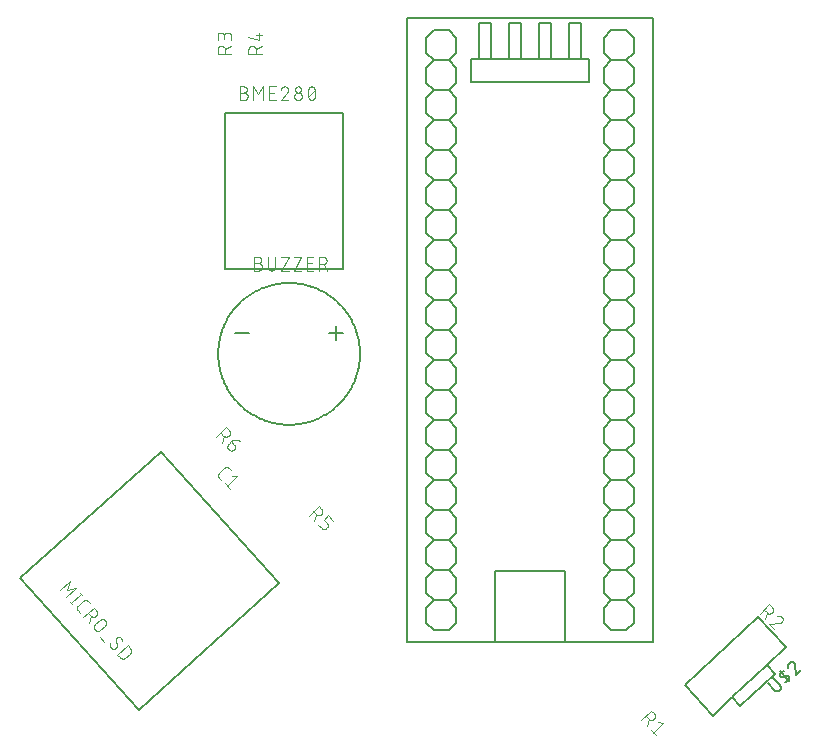
<source format=gbr>
G04 EAGLE Gerber RS-274X export*
G75*
%MOMM*%
%FSLAX34Y34*%
%LPD*%
%INSilkscreen Top*%
%IPPOS*%
%AMOC8*
5,1,8,0,0,1.08239X$1,22.5*%
G01*
%ADD10C,0.127000*%
%ADD11C,0.101600*%
%ADD12C,0.203200*%
%ADD13C,0.152400*%


D10*
X162815Y94543D02*
X62445Y206015D01*
X181348Y313076D01*
X281718Y201604D01*
X162815Y94543D01*
D11*
X95728Y195664D02*
X104411Y203482D01*
X102193Y196245D01*
X109623Y197694D01*
X100940Y189876D01*
X105217Y185125D02*
X113900Y192943D01*
X106086Y184161D02*
X104348Y186090D01*
X113031Y193908D02*
X114769Y191979D01*
X110879Y178837D02*
X112616Y176908D01*
X110879Y178837D02*
X110814Y178912D01*
X110751Y178990D01*
X110692Y179070D01*
X110636Y179152D01*
X110583Y179236D01*
X110534Y179322D01*
X110487Y179410D01*
X110445Y179500D01*
X110405Y179591D01*
X110369Y179684D01*
X110337Y179778D01*
X110308Y179873D01*
X110283Y179970D01*
X110262Y180067D01*
X110244Y180165D01*
X110231Y180263D01*
X110221Y180362D01*
X110214Y180461D01*
X110212Y180561D01*
X110213Y180660D01*
X110219Y180759D01*
X110228Y180859D01*
X110240Y180957D01*
X110257Y181055D01*
X110277Y181153D01*
X110301Y181249D01*
X110329Y181345D01*
X110360Y181439D01*
X110395Y181532D01*
X110434Y181624D01*
X110476Y181714D01*
X110521Y181802D01*
X110570Y181889D01*
X110622Y181974D01*
X110677Y182057D01*
X110735Y182137D01*
X110797Y182215D01*
X110861Y182291D01*
X110928Y182365D01*
X110998Y182435D01*
X111071Y182503D01*
X111071Y182504D02*
X115895Y186847D01*
X115970Y186912D01*
X116048Y186975D01*
X116128Y187034D01*
X116210Y187090D01*
X116294Y187143D01*
X116380Y187192D01*
X116468Y187239D01*
X116558Y187281D01*
X116649Y187321D01*
X116742Y187357D01*
X116836Y187389D01*
X116931Y187418D01*
X117028Y187443D01*
X117125Y187464D01*
X117223Y187482D01*
X117321Y187495D01*
X117420Y187505D01*
X117519Y187512D01*
X117619Y187514D01*
X117718Y187513D01*
X117818Y187507D01*
X117917Y187498D01*
X118015Y187486D01*
X118113Y187469D01*
X118211Y187449D01*
X118307Y187425D01*
X118403Y187397D01*
X118497Y187366D01*
X118590Y187331D01*
X118682Y187292D01*
X118772Y187250D01*
X118860Y187205D01*
X118947Y187156D01*
X119032Y187104D01*
X119115Y187049D01*
X119195Y186991D01*
X119273Y186929D01*
X119349Y186865D01*
X119423Y186798D01*
X119493Y186728D01*
X119561Y186655D01*
X119562Y186655D02*
X121299Y184726D01*
X124524Y181144D02*
X115841Y173326D01*
X124524Y181144D02*
X126696Y178732D01*
X126771Y178646D01*
X126842Y178558D01*
X126910Y178468D01*
X126975Y178375D01*
X127037Y178280D01*
X127095Y178183D01*
X127150Y178084D01*
X127201Y177983D01*
X127249Y177880D01*
X127294Y177776D01*
X127334Y177670D01*
X127371Y177563D01*
X127404Y177455D01*
X127434Y177345D01*
X127459Y177235D01*
X127481Y177124D01*
X127498Y177012D01*
X127512Y176899D01*
X127522Y176786D01*
X127528Y176673D01*
X127530Y176560D01*
X127528Y176447D01*
X127522Y176334D01*
X127512Y176221D01*
X127498Y176108D01*
X127481Y175996D01*
X127459Y175885D01*
X127434Y175775D01*
X127404Y175665D01*
X127371Y175557D01*
X127334Y175450D01*
X127294Y175344D01*
X127249Y175240D01*
X127201Y175137D01*
X127150Y175036D01*
X127095Y174937D01*
X127037Y174840D01*
X126975Y174745D01*
X126910Y174652D01*
X126842Y174562D01*
X126771Y174474D01*
X126696Y174388D01*
X126619Y174305D01*
X126539Y174225D01*
X126456Y174148D01*
X126370Y174073D01*
X126282Y174002D01*
X126192Y173934D01*
X126099Y173869D01*
X126004Y173807D01*
X125907Y173749D01*
X125808Y173694D01*
X125707Y173643D01*
X125604Y173595D01*
X125500Y173550D01*
X125394Y173510D01*
X125287Y173473D01*
X125179Y173440D01*
X125069Y173410D01*
X124959Y173385D01*
X124848Y173363D01*
X124736Y173346D01*
X124623Y173332D01*
X124510Y173322D01*
X124397Y173316D01*
X124284Y173314D01*
X124171Y173316D01*
X124058Y173322D01*
X123945Y173332D01*
X123832Y173346D01*
X123720Y173363D01*
X123609Y173385D01*
X123499Y173410D01*
X123389Y173440D01*
X123281Y173473D01*
X123174Y173510D01*
X123068Y173550D01*
X122964Y173595D01*
X122861Y173643D01*
X122760Y173694D01*
X122661Y173749D01*
X122564Y173807D01*
X122469Y173869D01*
X122376Y173934D01*
X122286Y174002D01*
X122198Y174073D01*
X122112Y174148D01*
X122029Y174225D01*
X121949Y174305D01*
X121872Y174388D01*
X119700Y176800D01*
X122306Y173906D02*
X120185Y168502D01*
X125852Y167058D02*
X129711Y170533D01*
X129797Y170608D01*
X129885Y170679D01*
X129975Y170747D01*
X130068Y170812D01*
X130163Y170874D01*
X130260Y170932D01*
X130359Y170987D01*
X130460Y171038D01*
X130563Y171086D01*
X130667Y171131D01*
X130773Y171171D01*
X130880Y171208D01*
X130988Y171241D01*
X131098Y171271D01*
X131208Y171296D01*
X131319Y171318D01*
X131431Y171335D01*
X131544Y171349D01*
X131657Y171359D01*
X131770Y171365D01*
X131883Y171367D01*
X131996Y171365D01*
X132109Y171359D01*
X132222Y171349D01*
X132335Y171335D01*
X132447Y171318D01*
X132558Y171296D01*
X132668Y171271D01*
X132778Y171241D01*
X132886Y171208D01*
X132993Y171171D01*
X133099Y171131D01*
X133203Y171086D01*
X133306Y171038D01*
X133407Y170987D01*
X133506Y170932D01*
X133603Y170874D01*
X133698Y170812D01*
X133791Y170747D01*
X133881Y170679D01*
X133969Y170608D01*
X134055Y170533D01*
X134138Y170456D01*
X134218Y170376D01*
X134295Y170293D01*
X134370Y170207D01*
X134441Y170119D01*
X134509Y170029D01*
X134574Y169936D01*
X134636Y169841D01*
X134694Y169744D01*
X134749Y169645D01*
X134800Y169544D01*
X134848Y169441D01*
X134893Y169337D01*
X134933Y169231D01*
X134970Y169124D01*
X135003Y169016D01*
X135033Y168906D01*
X135058Y168796D01*
X135080Y168685D01*
X135097Y168573D01*
X135111Y168460D01*
X135121Y168347D01*
X135127Y168234D01*
X135129Y168121D01*
X135127Y168008D01*
X135121Y167895D01*
X135111Y167782D01*
X135097Y167669D01*
X135080Y167557D01*
X135058Y167446D01*
X135033Y167336D01*
X135003Y167226D01*
X134970Y167118D01*
X134933Y167011D01*
X134893Y166905D01*
X134848Y166801D01*
X134800Y166698D01*
X134749Y166597D01*
X134694Y166498D01*
X134636Y166401D01*
X134574Y166306D01*
X134509Y166213D01*
X134441Y166123D01*
X134370Y166035D01*
X134295Y165949D01*
X134218Y165866D01*
X134138Y165786D01*
X134055Y165709D01*
X130196Y162234D01*
X130111Y162159D01*
X130022Y162088D01*
X129932Y162020D01*
X129839Y161955D01*
X129744Y161893D01*
X129647Y161835D01*
X129548Y161780D01*
X129447Y161729D01*
X129344Y161681D01*
X129240Y161636D01*
X129134Y161596D01*
X129027Y161559D01*
X128919Y161526D01*
X128809Y161496D01*
X128699Y161471D01*
X128588Y161449D01*
X128476Y161432D01*
X128363Y161418D01*
X128250Y161408D01*
X128137Y161402D01*
X128024Y161400D01*
X127911Y161402D01*
X127798Y161408D01*
X127685Y161418D01*
X127572Y161432D01*
X127460Y161449D01*
X127349Y161471D01*
X127239Y161496D01*
X127129Y161526D01*
X127021Y161559D01*
X126914Y161596D01*
X126808Y161636D01*
X126704Y161681D01*
X126601Y161729D01*
X126500Y161780D01*
X126401Y161835D01*
X126304Y161893D01*
X126209Y161955D01*
X126116Y162020D01*
X126026Y162088D01*
X125938Y162159D01*
X125852Y162234D01*
X125769Y162311D01*
X125689Y162391D01*
X125612Y162474D01*
X125537Y162560D01*
X125466Y162648D01*
X125398Y162738D01*
X125333Y162831D01*
X125271Y162926D01*
X125213Y163023D01*
X125158Y163122D01*
X125107Y163223D01*
X125059Y163326D01*
X125014Y163430D01*
X124974Y163536D01*
X124937Y163643D01*
X124904Y163751D01*
X124874Y163861D01*
X124849Y163971D01*
X124827Y164082D01*
X124810Y164194D01*
X124796Y164307D01*
X124786Y164420D01*
X124780Y164533D01*
X124778Y164646D01*
X124780Y164759D01*
X124786Y164872D01*
X124796Y164985D01*
X124810Y165098D01*
X124827Y165210D01*
X124849Y165321D01*
X124874Y165431D01*
X124904Y165541D01*
X124937Y165649D01*
X124974Y165756D01*
X125014Y165862D01*
X125059Y165966D01*
X125107Y166069D01*
X125158Y166170D01*
X125213Y166269D01*
X125271Y166366D01*
X125333Y166461D01*
X125398Y166554D01*
X125466Y166644D01*
X125537Y166732D01*
X125612Y166818D01*
X125689Y166901D01*
X125769Y166981D01*
X125852Y167058D01*
X129793Y155890D02*
X133268Y152031D01*
X139558Y146985D02*
X139626Y146913D01*
X139697Y146843D01*
X139770Y146775D01*
X139846Y146711D01*
X139924Y146650D01*
X140005Y146591D01*
X140088Y146536D01*
X140172Y146484D01*
X140259Y146435D01*
X140348Y146390D01*
X140438Y146348D01*
X140530Y146309D01*
X140623Y146274D01*
X140717Y146243D01*
X140813Y146215D01*
X140909Y146191D01*
X141007Y146171D01*
X141105Y146154D01*
X141203Y146142D01*
X141302Y146133D01*
X141402Y146127D01*
X141501Y146126D01*
X141601Y146128D01*
X141700Y146135D01*
X141799Y146145D01*
X141898Y146158D01*
X141995Y146176D01*
X142093Y146197D01*
X142189Y146222D01*
X142284Y146251D01*
X142378Y146283D01*
X142471Y146319D01*
X142562Y146359D01*
X142652Y146402D01*
X142740Y146448D01*
X142826Y146497D01*
X142911Y146550D01*
X142993Y146606D01*
X143073Y146666D01*
X143150Y146728D01*
X143226Y146793D01*
X139558Y146986D02*
X139463Y147094D01*
X139370Y147205D01*
X139281Y147319D01*
X139195Y147434D01*
X139112Y147552D01*
X139031Y147672D01*
X138955Y147795D01*
X138881Y147919D01*
X138810Y148045D01*
X138743Y148173D01*
X138680Y148302D01*
X138620Y148433D01*
X138563Y148566D01*
X138509Y148700D01*
X138460Y148836D01*
X138414Y148973D01*
X138371Y149111D01*
X138332Y149250D01*
X138297Y149390D01*
X138266Y149531D01*
X138238Y149672D01*
X138214Y149815D01*
X138194Y149958D01*
X138177Y150101D01*
X138164Y150245D01*
X138156Y150389D01*
X138150Y150533D01*
X138149Y150678D01*
X138152Y150822D01*
X138158Y150966D01*
X143923Y155719D02*
X143998Y155784D01*
X144076Y155846D01*
X144156Y155906D01*
X144238Y155962D01*
X144322Y156015D01*
X144408Y156064D01*
X144496Y156111D01*
X144586Y156153D01*
X144677Y156193D01*
X144770Y156229D01*
X144864Y156261D01*
X144959Y156290D01*
X145056Y156315D01*
X145153Y156336D01*
X145251Y156354D01*
X145349Y156367D01*
X145448Y156377D01*
X145547Y156384D01*
X145647Y156386D01*
X145746Y156385D01*
X145846Y156379D01*
X145945Y156370D01*
X146043Y156358D01*
X146141Y156341D01*
X146239Y156321D01*
X146335Y156297D01*
X146431Y156269D01*
X146525Y156238D01*
X146618Y156203D01*
X146710Y156164D01*
X146800Y156122D01*
X146889Y156077D01*
X146975Y156028D01*
X147060Y155976D01*
X147143Y155921D01*
X147223Y155863D01*
X147301Y155801D01*
X147377Y155737D01*
X147451Y155670D01*
X147521Y155600D01*
X147589Y155527D01*
X147679Y155424D01*
X147766Y155319D01*
X147850Y155212D01*
X147931Y155102D01*
X148008Y154991D01*
X148083Y154877D01*
X148154Y154761D01*
X148222Y154643D01*
X148287Y154523D01*
X148348Y154401D01*
X148406Y154278D01*
X148461Y154153D01*
X148512Y154027D01*
X148559Y153899D01*
X148603Y153770D01*
X148643Y153640D01*
X148680Y153509D01*
X148712Y153376D01*
X148742Y153243D01*
X148767Y153109D01*
X148789Y152975D01*
X148806Y152840D01*
X148820Y152704D01*
X143103Y153235D02*
X143085Y153334D01*
X143070Y153435D01*
X143060Y153536D01*
X143053Y153637D01*
X143050Y153738D01*
X143051Y153840D01*
X143056Y153941D01*
X143065Y154042D01*
X143078Y154143D01*
X143095Y154243D01*
X143115Y154342D01*
X143139Y154440D01*
X143167Y154538D01*
X143199Y154634D01*
X143235Y154729D01*
X143274Y154823D01*
X143316Y154915D01*
X143362Y155005D01*
X143412Y155093D01*
X143465Y155180D01*
X143521Y155264D01*
X143581Y155346D01*
X143643Y155426D01*
X143709Y155504D01*
X143777Y155578D01*
X143848Y155650D01*
X143922Y155720D01*
X144044Y149278D02*
X144062Y149179D01*
X144077Y149078D01*
X144087Y148977D01*
X144094Y148876D01*
X144097Y148775D01*
X144096Y148673D01*
X144091Y148572D01*
X144082Y148471D01*
X144069Y148370D01*
X144052Y148270D01*
X144032Y148171D01*
X144008Y148073D01*
X143980Y147975D01*
X143948Y147879D01*
X143912Y147784D01*
X143873Y147690D01*
X143831Y147598D01*
X143785Y147508D01*
X143735Y147420D01*
X143682Y147333D01*
X143626Y147249D01*
X143566Y147167D01*
X143504Y147087D01*
X143438Y147009D01*
X143370Y146935D01*
X143299Y146863D01*
X143225Y146793D01*
X144045Y149278D02*
X143103Y153234D01*
X153283Y149204D02*
X144600Y141386D01*
X153283Y149204D02*
X155455Y146792D01*
X155530Y146707D01*
X155601Y146618D01*
X155669Y146528D01*
X155734Y146435D01*
X155796Y146340D01*
X155854Y146243D01*
X155909Y146144D01*
X155960Y146043D01*
X156008Y145940D01*
X156053Y145836D01*
X156093Y145730D01*
X156130Y145623D01*
X156163Y145515D01*
X156193Y145405D01*
X156218Y145295D01*
X156240Y145184D01*
X156257Y145072D01*
X156271Y144959D01*
X156281Y144846D01*
X156287Y144733D01*
X156289Y144620D01*
X156287Y144507D01*
X156281Y144394D01*
X156271Y144281D01*
X156257Y144168D01*
X156240Y144056D01*
X156218Y143945D01*
X156193Y143835D01*
X156163Y143725D01*
X156130Y143617D01*
X156093Y143510D01*
X156053Y143404D01*
X156008Y143300D01*
X155960Y143197D01*
X155909Y143096D01*
X155854Y142997D01*
X155796Y142900D01*
X155734Y142805D01*
X155669Y142712D01*
X155601Y142622D01*
X155530Y142534D01*
X155455Y142448D01*
X155378Y142365D01*
X155298Y142285D01*
X155215Y142208D01*
X155214Y142208D02*
X151355Y138733D01*
X151356Y138733D02*
X151271Y138658D01*
X151182Y138587D01*
X151092Y138519D01*
X150999Y138454D01*
X150904Y138392D01*
X150807Y138334D01*
X150708Y138279D01*
X150607Y138228D01*
X150504Y138180D01*
X150400Y138135D01*
X150294Y138095D01*
X150187Y138058D01*
X150079Y138025D01*
X149969Y137995D01*
X149859Y137970D01*
X149748Y137948D01*
X149636Y137931D01*
X149523Y137917D01*
X149410Y137907D01*
X149297Y137901D01*
X149184Y137899D01*
X149071Y137901D01*
X148958Y137907D01*
X148845Y137917D01*
X148732Y137931D01*
X148620Y137948D01*
X148509Y137970D01*
X148399Y137995D01*
X148289Y138025D01*
X148181Y138058D01*
X148074Y138095D01*
X147968Y138135D01*
X147864Y138180D01*
X147761Y138228D01*
X147660Y138279D01*
X147561Y138334D01*
X147464Y138392D01*
X147369Y138454D01*
X147276Y138519D01*
X147186Y138587D01*
X147097Y138658D01*
X147012Y138733D01*
X146929Y138810D01*
X146849Y138890D01*
X146772Y138973D01*
X146772Y138974D02*
X144600Y141386D01*
D10*
X230000Y396000D02*
X230018Y397472D01*
X230072Y398944D01*
X230163Y400414D01*
X230289Y401881D01*
X230451Y403345D01*
X230649Y404804D01*
X230883Y406258D01*
X231153Y407705D01*
X231458Y409146D01*
X231798Y410579D01*
X232173Y412003D01*
X232584Y413417D01*
X233028Y414821D01*
X233507Y416213D01*
X234020Y417594D01*
X234567Y418961D01*
X235147Y420314D01*
X235761Y421653D01*
X236407Y422977D01*
X237085Y424284D01*
X237795Y425574D01*
X238536Y426846D01*
X239309Y428100D01*
X240112Y429334D01*
X240945Y430548D01*
X241808Y431742D01*
X242699Y432914D01*
X243619Y434064D01*
X244567Y435190D01*
X245543Y436294D01*
X246545Y437372D01*
X247574Y438426D01*
X248628Y439455D01*
X249706Y440457D01*
X250810Y441433D01*
X251936Y442381D01*
X253086Y443301D01*
X254258Y444192D01*
X255452Y445055D01*
X256666Y445888D01*
X257900Y446691D01*
X259154Y447464D01*
X260426Y448205D01*
X261716Y448915D01*
X263023Y449593D01*
X264347Y450239D01*
X265686Y450853D01*
X267039Y451433D01*
X268406Y451980D01*
X269787Y452493D01*
X271179Y452972D01*
X272583Y453416D01*
X273997Y453827D01*
X275421Y454202D01*
X276854Y454542D01*
X278295Y454847D01*
X279742Y455117D01*
X281196Y455351D01*
X282655Y455549D01*
X284119Y455711D01*
X285586Y455837D01*
X287056Y455928D01*
X288528Y455982D01*
X290000Y456000D01*
X291472Y455982D01*
X292944Y455928D01*
X294414Y455837D01*
X295881Y455711D01*
X297345Y455549D01*
X298804Y455351D01*
X300258Y455117D01*
X301705Y454847D01*
X303146Y454542D01*
X304579Y454202D01*
X306003Y453827D01*
X307417Y453416D01*
X308821Y452972D01*
X310213Y452493D01*
X311594Y451980D01*
X312961Y451433D01*
X314314Y450853D01*
X315653Y450239D01*
X316977Y449593D01*
X318284Y448915D01*
X319574Y448205D01*
X320846Y447464D01*
X322100Y446691D01*
X323334Y445888D01*
X324548Y445055D01*
X325742Y444192D01*
X326914Y443301D01*
X328064Y442381D01*
X329190Y441433D01*
X330294Y440457D01*
X331372Y439455D01*
X332426Y438426D01*
X333455Y437372D01*
X334457Y436294D01*
X335433Y435190D01*
X336381Y434064D01*
X337301Y432914D01*
X338192Y431742D01*
X339055Y430548D01*
X339888Y429334D01*
X340691Y428100D01*
X341464Y426846D01*
X342205Y425574D01*
X342915Y424284D01*
X343593Y422977D01*
X344239Y421653D01*
X344853Y420314D01*
X345433Y418961D01*
X345980Y417594D01*
X346493Y416213D01*
X346972Y414821D01*
X347416Y413417D01*
X347827Y412003D01*
X348202Y410579D01*
X348542Y409146D01*
X348847Y407705D01*
X349117Y406258D01*
X349351Y404804D01*
X349549Y403345D01*
X349711Y401881D01*
X349837Y400414D01*
X349928Y398944D01*
X349982Y397472D01*
X350000Y396000D01*
X349982Y394528D01*
X349928Y393056D01*
X349837Y391586D01*
X349711Y390119D01*
X349549Y388655D01*
X349351Y387196D01*
X349117Y385742D01*
X348847Y384295D01*
X348542Y382854D01*
X348202Y381421D01*
X347827Y379997D01*
X347416Y378583D01*
X346972Y377179D01*
X346493Y375787D01*
X345980Y374406D01*
X345433Y373039D01*
X344853Y371686D01*
X344239Y370347D01*
X343593Y369023D01*
X342915Y367716D01*
X342205Y366426D01*
X341464Y365154D01*
X340691Y363900D01*
X339888Y362666D01*
X339055Y361452D01*
X338192Y360258D01*
X337301Y359086D01*
X336381Y357936D01*
X335433Y356810D01*
X334457Y355706D01*
X333455Y354628D01*
X332426Y353574D01*
X331372Y352545D01*
X330294Y351543D01*
X329190Y350567D01*
X328064Y349619D01*
X326914Y348699D01*
X325742Y347808D01*
X324548Y346945D01*
X323334Y346112D01*
X322100Y345309D01*
X320846Y344536D01*
X319574Y343795D01*
X318284Y343085D01*
X316977Y342407D01*
X315653Y341761D01*
X314314Y341147D01*
X312961Y340567D01*
X311594Y340020D01*
X310213Y339507D01*
X308821Y339028D01*
X307417Y338584D01*
X306003Y338173D01*
X304579Y337798D01*
X303146Y337458D01*
X301705Y337153D01*
X300258Y336883D01*
X298804Y336649D01*
X297345Y336451D01*
X295881Y336289D01*
X294414Y336163D01*
X292944Y336072D01*
X291472Y336018D01*
X290000Y336000D01*
X288528Y336018D01*
X287056Y336072D01*
X285586Y336163D01*
X284119Y336289D01*
X282655Y336451D01*
X281196Y336649D01*
X279742Y336883D01*
X278295Y337153D01*
X276854Y337458D01*
X275421Y337798D01*
X273997Y338173D01*
X272583Y338584D01*
X271179Y339028D01*
X269787Y339507D01*
X268406Y340020D01*
X267039Y340567D01*
X265686Y341147D01*
X264347Y341761D01*
X263023Y342407D01*
X261716Y343085D01*
X260426Y343795D01*
X259154Y344536D01*
X257900Y345309D01*
X256666Y346112D01*
X255452Y346945D01*
X254258Y347808D01*
X253086Y348699D01*
X251936Y349619D01*
X250810Y350567D01*
X249706Y351543D01*
X248628Y352545D01*
X247574Y353574D01*
X246545Y354628D01*
X245543Y355706D01*
X244567Y356810D01*
X243619Y357936D01*
X242699Y359086D01*
X241808Y360258D01*
X240945Y361452D01*
X240112Y362666D01*
X239309Y363900D01*
X238536Y365154D01*
X237795Y366426D01*
X237085Y367716D01*
X236407Y369023D01*
X235761Y370347D01*
X235147Y371686D01*
X234567Y373039D01*
X234020Y374406D01*
X233507Y375787D01*
X233028Y377179D01*
X232584Y378583D01*
X232173Y379997D01*
X231798Y381421D01*
X231458Y382854D01*
X231153Y384295D01*
X230883Y385742D01*
X230649Y387196D01*
X230451Y388655D01*
X230289Y390119D01*
X230163Y391586D01*
X230072Y393056D01*
X230018Y394528D01*
X230000Y396000D01*
D12*
X244011Y414004D02*
X255989Y414004D01*
X324011Y414004D02*
X335989Y414004D01*
X330000Y419993D02*
X330000Y408014D01*
D11*
X263754Y472999D02*
X260508Y472999D01*
X263754Y473000D02*
X263867Y472998D01*
X263980Y472992D01*
X264093Y472982D01*
X264206Y472968D01*
X264318Y472951D01*
X264429Y472929D01*
X264539Y472904D01*
X264649Y472874D01*
X264757Y472841D01*
X264864Y472804D01*
X264970Y472764D01*
X265074Y472719D01*
X265177Y472671D01*
X265278Y472620D01*
X265377Y472565D01*
X265474Y472507D01*
X265569Y472445D01*
X265662Y472380D01*
X265752Y472312D01*
X265840Y472241D01*
X265926Y472166D01*
X266009Y472089D01*
X266089Y472009D01*
X266166Y471926D01*
X266241Y471840D01*
X266312Y471752D01*
X266380Y471662D01*
X266445Y471569D01*
X266507Y471474D01*
X266565Y471377D01*
X266620Y471278D01*
X266671Y471177D01*
X266719Y471074D01*
X266764Y470970D01*
X266804Y470864D01*
X266841Y470757D01*
X266874Y470649D01*
X266904Y470539D01*
X266929Y470429D01*
X266951Y470318D01*
X266968Y470206D01*
X266982Y470093D01*
X266992Y469980D01*
X266998Y469867D01*
X267000Y469754D01*
X266998Y469641D01*
X266992Y469528D01*
X266982Y469415D01*
X266968Y469302D01*
X266951Y469190D01*
X266929Y469079D01*
X266904Y468969D01*
X266874Y468859D01*
X266841Y468751D01*
X266804Y468644D01*
X266764Y468538D01*
X266719Y468434D01*
X266671Y468331D01*
X266620Y468230D01*
X266565Y468131D01*
X266507Y468034D01*
X266445Y467939D01*
X266380Y467846D01*
X266312Y467756D01*
X266241Y467668D01*
X266166Y467582D01*
X266089Y467499D01*
X266009Y467419D01*
X265926Y467342D01*
X265840Y467267D01*
X265752Y467196D01*
X265662Y467128D01*
X265569Y467063D01*
X265474Y467001D01*
X265377Y466943D01*
X265278Y466888D01*
X265177Y466837D01*
X265074Y466789D01*
X264970Y466744D01*
X264864Y466704D01*
X264757Y466667D01*
X264649Y466634D01*
X264539Y466604D01*
X264429Y466579D01*
X264318Y466557D01*
X264206Y466540D01*
X264093Y466526D01*
X263980Y466516D01*
X263867Y466510D01*
X263754Y466508D01*
X260508Y466508D01*
X260508Y478192D01*
X263754Y478192D01*
X263855Y478190D01*
X263955Y478184D01*
X264055Y478174D01*
X264155Y478161D01*
X264254Y478143D01*
X264353Y478122D01*
X264450Y478097D01*
X264547Y478068D01*
X264642Y478035D01*
X264736Y477999D01*
X264828Y477959D01*
X264919Y477916D01*
X265008Y477869D01*
X265095Y477819D01*
X265181Y477765D01*
X265264Y477708D01*
X265344Y477648D01*
X265423Y477585D01*
X265499Y477518D01*
X265572Y477449D01*
X265642Y477377D01*
X265710Y477303D01*
X265775Y477226D01*
X265836Y477146D01*
X265895Y477064D01*
X265950Y476980D01*
X266002Y476894D01*
X266051Y476806D01*
X266096Y476716D01*
X266138Y476624D01*
X266176Y476531D01*
X266210Y476436D01*
X266241Y476341D01*
X266268Y476244D01*
X266291Y476146D01*
X266311Y476047D01*
X266326Y475947D01*
X266338Y475847D01*
X266346Y475747D01*
X266350Y475646D01*
X266350Y475546D01*
X266346Y475445D01*
X266338Y475345D01*
X266326Y475245D01*
X266311Y475145D01*
X266291Y475046D01*
X266268Y474948D01*
X266241Y474851D01*
X266210Y474756D01*
X266176Y474661D01*
X266138Y474568D01*
X266096Y474476D01*
X266051Y474386D01*
X266002Y474298D01*
X265950Y474212D01*
X265895Y474128D01*
X265836Y474046D01*
X265775Y473966D01*
X265710Y473889D01*
X265642Y473815D01*
X265572Y473743D01*
X265499Y473674D01*
X265423Y473607D01*
X265344Y473544D01*
X265264Y473484D01*
X265181Y473427D01*
X265095Y473373D01*
X265008Y473323D01*
X264919Y473276D01*
X264828Y473233D01*
X264736Y473193D01*
X264642Y473157D01*
X264547Y473124D01*
X264450Y473095D01*
X264353Y473070D01*
X264254Y473049D01*
X264155Y473031D01*
X264055Y473018D01*
X263955Y473008D01*
X263855Y473002D01*
X263754Y473000D01*
X271769Y469754D02*
X271769Y478192D01*
X271768Y469754D02*
X271770Y469641D01*
X271776Y469528D01*
X271786Y469415D01*
X271800Y469302D01*
X271817Y469190D01*
X271839Y469079D01*
X271864Y468969D01*
X271894Y468859D01*
X271927Y468751D01*
X271964Y468644D01*
X272004Y468538D01*
X272049Y468434D01*
X272097Y468331D01*
X272148Y468230D01*
X272203Y468131D01*
X272261Y468034D01*
X272323Y467939D01*
X272388Y467846D01*
X272456Y467756D01*
X272527Y467668D01*
X272602Y467582D01*
X272679Y467499D01*
X272759Y467419D01*
X272842Y467342D01*
X272928Y467267D01*
X273016Y467196D01*
X273106Y467128D01*
X273199Y467063D01*
X273294Y467001D01*
X273391Y466943D01*
X273490Y466888D01*
X273591Y466837D01*
X273694Y466789D01*
X273798Y466744D01*
X273904Y466704D01*
X274011Y466667D01*
X274119Y466634D01*
X274229Y466604D01*
X274339Y466579D01*
X274450Y466557D01*
X274562Y466540D01*
X274675Y466526D01*
X274788Y466516D01*
X274901Y466510D01*
X275014Y466508D01*
X275127Y466510D01*
X275240Y466516D01*
X275353Y466526D01*
X275466Y466540D01*
X275578Y466557D01*
X275689Y466579D01*
X275799Y466604D01*
X275909Y466634D01*
X276017Y466667D01*
X276124Y466704D01*
X276230Y466744D01*
X276334Y466789D01*
X276437Y466837D01*
X276538Y466888D01*
X276637Y466943D01*
X276734Y467001D01*
X276829Y467063D01*
X276922Y467128D01*
X277012Y467196D01*
X277100Y467267D01*
X277186Y467342D01*
X277269Y467419D01*
X277349Y467499D01*
X277426Y467582D01*
X277501Y467668D01*
X277572Y467756D01*
X277640Y467846D01*
X277705Y467939D01*
X277767Y468034D01*
X277825Y468131D01*
X277880Y468230D01*
X277931Y468331D01*
X277979Y468434D01*
X278024Y468538D01*
X278064Y468644D01*
X278101Y468751D01*
X278134Y468859D01*
X278164Y468969D01*
X278189Y469079D01*
X278211Y469190D01*
X278228Y469302D01*
X278242Y469415D01*
X278252Y469528D01*
X278258Y469641D01*
X278260Y469754D01*
X278260Y478192D01*
X283199Y478192D02*
X289690Y478192D01*
X283199Y466508D01*
X289690Y466508D01*
X293867Y478192D02*
X300358Y478192D01*
X293867Y466508D01*
X300358Y466508D01*
X305319Y466508D02*
X310512Y466508D01*
X305319Y466508D02*
X305319Y478192D01*
X310512Y478192D01*
X309214Y472999D02*
X305319Y472999D01*
X315276Y478192D02*
X315276Y466508D01*
X315276Y478192D02*
X318522Y478192D01*
X318635Y478190D01*
X318748Y478184D01*
X318861Y478174D01*
X318974Y478160D01*
X319086Y478143D01*
X319197Y478121D01*
X319307Y478096D01*
X319417Y478066D01*
X319525Y478033D01*
X319632Y477996D01*
X319738Y477956D01*
X319842Y477911D01*
X319945Y477863D01*
X320046Y477812D01*
X320145Y477757D01*
X320242Y477699D01*
X320337Y477637D01*
X320430Y477572D01*
X320520Y477504D01*
X320608Y477433D01*
X320694Y477358D01*
X320777Y477281D01*
X320857Y477201D01*
X320934Y477118D01*
X321009Y477032D01*
X321080Y476944D01*
X321148Y476854D01*
X321213Y476761D01*
X321275Y476666D01*
X321333Y476569D01*
X321388Y476470D01*
X321439Y476369D01*
X321487Y476266D01*
X321532Y476162D01*
X321572Y476056D01*
X321609Y475949D01*
X321642Y475841D01*
X321672Y475731D01*
X321697Y475621D01*
X321719Y475510D01*
X321736Y475398D01*
X321750Y475285D01*
X321760Y475172D01*
X321766Y475059D01*
X321768Y474946D01*
X321766Y474833D01*
X321760Y474720D01*
X321750Y474607D01*
X321736Y474494D01*
X321719Y474382D01*
X321697Y474271D01*
X321672Y474161D01*
X321642Y474051D01*
X321609Y473943D01*
X321572Y473836D01*
X321532Y473730D01*
X321487Y473626D01*
X321439Y473523D01*
X321388Y473422D01*
X321333Y473323D01*
X321275Y473226D01*
X321213Y473131D01*
X321148Y473038D01*
X321080Y472948D01*
X321009Y472860D01*
X320934Y472774D01*
X320857Y472691D01*
X320777Y472611D01*
X320694Y472534D01*
X320608Y472459D01*
X320520Y472388D01*
X320430Y472320D01*
X320337Y472255D01*
X320242Y472193D01*
X320145Y472135D01*
X320046Y472080D01*
X319945Y472029D01*
X319842Y471981D01*
X319738Y471936D01*
X319632Y471896D01*
X319525Y471859D01*
X319417Y471826D01*
X319307Y471796D01*
X319197Y471771D01*
X319086Y471749D01*
X318974Y471732D01*
X318861Y471718D01*
X318748Y471708D01*
X318635Y471702D01*
X318522Y471700D01*
X318522Y471701D02*
X315276Y471701D01*
X319171Y471701D02*
X321767Y466508D01*
D10*
X625013Y115389D02*
X648883Y89792D01*
X625013Y115389D02*
X687178Y173359D01*
X711048Y147761D01*
X694592Y132417D01*
X665338Y105137D01*
X648883Y89792D01*
X694592Y132417D02*
X701412Y125103D01*
X672158Y97823D02*
X665338Y105137D01*
X672158Y97823D02*
X701412Y125103D01*
X695186Y117351D02*
X700816Y111314D01*
X700893Y111234D01*
X700973Y111157D01*
X701055Y111083D01*
X701140Y111012D01*
X701227Y110943D01*
X701317Y110878D01*
X701409Y110816D01*
X701503Y110757D01*
X701599Y110702D01*
X701697Y110650D01*
X701796Y110601D01*
X701897Y110556D01*
X702000Y110515D01*
X702104Y110477D01*
X702210Y110443D01*
X702316Y110412D01*
X702424Y110385D01*
X702532Y110362D01*
X702641Y110343D01*
X702751Y110328D01*
X702861Y110316D01*
X702972Y110308D01*
X703083Y110304D01*
X703193Y110304D01*
X703304Y110308D01*
X703415Y110316D01*
X703525Y110328D01*
X703635Y110343D01*
X703744Y110362D01*
X703852Y110385D01*
X703960Y110412D01*
X704066Y110443D01*
X704172Y110477D01*
X704276Y110515D01*
X704379Y110556D01*
X704480Y110601D01*
X704579Y110650D01*
X704677Y110702D01*
X704773Y110757D01*
X704867Y110816D01*
X704959Y110878D01*
X705049Y110943D01*
X705136Y111012D01*
X705221Y111083D01*
X705303Y111157D01*
X705383Y111234D01*
X705460Y111314D01*
X705534Y111396D01*
X705605Y111481D01*
X705674Y111568D01*
X705739Y111658D01*
X705801Y111750D01*
X705860Y111844D01*
X705915Y111940D01*
X705967Y112038D01*
X706016Y112137D01*
X706061Y112238D01*
X706102Y112341D01*
X706140Y112445D01*
X706174Y112551D01*
X706205Y112657D01*
X706232Y112765D01*
X706255Y112873D01*
X706274Y112982D01*
X706289Y113092D01*
X706301Y113202D01*
X706309Y113313D01*
X706313Y113424D01*
X706313Y113534D01*
X706309Y113645D01*
X706301Y113756D01*
X706289Y113866D01*
X706274Y113976D01*
X706255Y114085D01*
X706232Y114193D01*
X706205Y114301D01*
X706174Y114407D01*
X706140Y114513D01*
X706102Y114617D01*
X706061Y114720D01*
X706016Y114821D01*
X705967Y114920D01*
X705915Y115018D01*
X705860Y115114D01*
X705801Y115208D01*
X705739Y115300D01*
X705674Y115390D01*
X705605Y115477D01*
X705534Y115562D01*
X705460Y115644D01*
X705460Y115645D02*
X699830Y121682D01*
X705589Y127052D02*
X713384Y118693D01*
X709487Y122872D02*
X707676Y122486D01*
X707590Y122470D01*
X707505Y122457D01*
X707418Y122449D01*
X707332Y122445D01*
X707245Y122444D01*
X707159Y122448D01*
X707072Y122455D01*
X706987Y122467D01*
X706901Y122482D01*
X706817Y122501D01*
X706733Y122524D01*
X706651Y122551D01*
X706570Y122582D01*
X706490Y122616D01*
X706412Y122654D01*
X706336Y122695D01*
X706262Y122740D01*
X706190Y122788D01*
X706120Y122840D01*
X706053Y122894D01*
X705988Y122952D01*
X705926Y123012D01*
X705867Y123075D01*
X705811Y123141D01*
X705757Y123209D01*
X705707Y123280D01*
X705661Y123353D01*
X705617Y123428D01*
X705577Y123505D01*
X705541Y123583D01*
X705508Y123664D01*
X705479Y123745D01*
X705454Y123828D01*
X705432Y123912D01*
X705414Y123997D01*
X705401Y124082D01*
X705391Y124168D01*
X705385Y124255D01*
X705383Y124341D01*
X705385Y124428D01*
X705391Y124514D01*
X705401Y124601D01*
X705415Y124686D01*
X705432Y124771D01*
X705454Y124855D01*
X705479Y124938D01*
X705508Y125019D01*
X705541Y125099D01*
X705578Y125178D01*
X705618Y125255D01*
X705661Y125330D01*
X705708Y125403D01*
X705758Y125473D01*
X705758Y125474D02*
X705843Y125585D01*
X705931Y125693D01*
X706022Y125799D01*
X706116Y125902D01*
X706212Y126003D01*
X706312Y126101D01*
X706414Y126196D01*
X706518Y126289D01*
X706625Y126378D01*
X706735Y126464D01*
X706847Y126548D01*
X706961Y126628D01*
X707077Y126705D01*
X707196Y126779D01*
X707316Y126849D01*
X707439Y126916D01*
X707563Y126980D01*
X707689Y127040D01*
X707816Y127097D01*
X707945Y127150D01*
X708076Y127199D01*
X708208Y127245D01*
X708341Y127287D01*
X708475Y127326D01*
X708610Y127360D01*
X708746Y127391D01*
X709487Y122872D02*
X711297Y123258D01*
X711383Y123274D01*
X711468Y123287D01*
X711555Y123295D01*
X711641Y123299D01*
X711728Y123300D01*
X711814Y123296D01*
X711901Y123289D01*
X711986Y123277D01*
X712072Y123262D01*
X712156Y123243D01*
X712240Y123220D01*
X712322Y123193D01*
X712403Y123162D01*
X712483Y123128D01*
X712561Y123090D01*
X712637Y123049D01*
X712711Y123004D01*
X712783Y122956D01*
X712853Y122904D01*
X712920Y122850D01*
X712985Y122792D01*
X713047Y122732D01*
X713106Y122669D01*
X713162Y122603D01*
X713216Y122535D01*
X713266Y122464D01*
X713312Y122391D01*
X713356Y122316D01*
X713396Y122239D01*
X713432Y122161D01*
X713465Y122080D01*
X713494Y121999D01*
X713519Y121916D01*
X713541Y121832D01*
X713559Y121747D01*
X713572Y121662D01*
X713582Y121576D01*
X713588Y121489D01*
X713590Y121403D01*
X713588Y121316D01*
X713582Y121230D01*
X713572Y121143D01*
X713558Y121058D01*
X713541Y120973D01*
X713519Y120889D01*
X713494Y120806D01*
X713465Y120725D01*
X713432Y120645D01*
X713395Y120566D01*
X713355Y120489D01*
X713312Y120414D01*
X713265Y120341D01*
X713215Y120271D01*
X713130Y120160D01*
X713042Y120052D01*
X712951Y119946D01*
X712857Y119843D01*
X712761Y119742D01*
X712661Y119644D01*
X712559Y119549D01*
X712455Y119456D01*
X712348Y119367D01*
X712238Y119281D01*
X712126Y119197D01*
X712012Y119117D01*
X711896Y119040D01*
X711777Y118966D01*
X711657Y118896D01*
X711534Y118829D01*
X711410Y118765D01*
X711284Y118705D01*
X711157Y118648D01*
X711028Y118595D01*
X710897Y118546D01*
X710765Y118500D01*
X710632Y118458D01*
X710498Y118419D01*
X710363Y118385D01*
X710227Y118354D01*
X713623Y134543D02*
X713701Y134613D01*
X713781Y134680D01*
X713864Y134744D01*
X713948Y134805D01*
X714035Y134863D01*
X714124Y134917D01*
X714215Y134968D01*
X714308Y135016D01*
X714403Y135061D01*
X714499Y135102D01*
X714596Y135139D01*
X714695Y135173D01*
X714795Y135203D01*
X714895Y135230D01*
X714997Y135253D01*
X715100Y135272D01*
X715203Y135287D01*
X715307Y135299D01*
X715411Y135306D01*
X715515Y135310D01*
X715620Y135311D01*
X715724Y135307D01*
X715828Y135300D01*
X715932Y135288D01*
X716035Y135273D01*
X716138Y135254D01*
X716240Y135232D01*
X716341Y135206D01*
X716441Y135176D01*
X716539Y135142D01*
X716637Y135105D01*
X716733Y135064D01*
X716828Y135020D01*
X716920Y134973D01*
X717012Y134922D01*
X717101Y134868D01*
X717188Y134810D01*
X717273Y134750D01*
X717356Y134686D01*
X717436Y134619D01*
X717514Y134550D01*
X717589Y134477D01*
X717662Y134402D01*
X713623Y134544D02*
X713538Y134462D01*
X713456Y134377D01*
X713376Y134289D01*
X713299Y134199D01*
X713225Y134107D01*
X713154Y134012D01*
X713086Y133915D01*
X713021Y133816D01*
X712960Y133715D01*
X712902Y133612D01*
X712847Y133507D01*
X712795Y133401D01*
X712747Y133292D01*
X712703Y133183D01*
X712662Y133072D01*
X712625Y132959D01*
X712591Y132846D01*
X712561Y132731D01*
X712535Y132616D01*
X712512Y132500D01*
X712494Y132383D01*
X712479Y132265D01*
X712467Y132147D01*
X712460Y132029D01*
X712456Y131911D01*
X712457Y131793D01*
X712461Y131674D01*
X712469Y131556D01*
X712480Y131438D01*
X712496Y131321D01*
X712515Y131204D01*
X712538Y131088D01*
X712565Y130973D01*
X712595Y130858D01*
X712629Y130745D01*
X712667Y130633D01*
X712708Y130522D01*
X712753Y130412D01*
X712801Y130304D01*
X718481Y132128D02*
X718485Y132236D01*
X718486Y132344D01*
X718483Y132452D01*
X718476Y132560D01*
X718465Y132667D01*
X718451Y132775D01*
X718432Y132881D01*
X718410Y132987D01*
X718385Y133092D01*
X718355Y133196D01*
X718322Y133299D01*
X718286Y133400D01*
X718246Y133501D01*
X718202Y133599D01*
X718155Y133697D01*
X718104Y133792D01*
X718051Y133886D01*
X717993Y133978D01*
X717933Y134067D01*
X717870Y134155D01*
X717803Y134240D01*
X717734Y134323D01*
X717662Y134403D01*
X718481Y132128D02*
X718864Y123803D01*
X723508Y128134D01*
D11*
X596727Y93872D02*
X588322Y85756D01*
X596727Y93872D02*
X598982Y91537D01*
X598982Y91538D02*
X599059Y91455D01*
X599134Y91369D01*
X599205Y91281D01*
X599273Y91191D01*
X599338Y91098D01*
X599400Y91003D01*
X599458Y90906D01*
X599513Y90807D01*
X599564Y90706D01*
X599612Y90603D01*
X599657Y90499D01*
X599697Y90393D01*
X599734Y90286D01*
X599767Y90178D01*
X599797Y90068D01*
X599822Y89958D01*
X599844Y89847D01*
X599861Y89735D01*
X599875Y89622D01*
X599885Y89509D01*
X599891Y89396D01*
X599893Y89283D01*
X599891Y89170D01*
X599885Y89057D01*
X599875Y88944D01*
X599861Y88831D01*
X599844Y88719D01*
X599822Y88608D01*
X599797Y88498D01*
X599767Y88388D01*
X599734Y88280D01*
X599697Y88173D01*
X599657Y88067D01*
X599612Y87963D01*
X599564Y87860D01*
X599513Y87759D01*
X599458Y87660D01*
X599400Y87563D01*
X599338Y87468D01*
X599273Y87375D01*
X599205Y87285D01*
X599134Y87197D01*
X599059Y87111D01*
X598982Y87028D01*
X598902Y86948D01*
X598819Y86871D01*
X598733Y86796D01*
X598645Y86725D01*
X598555Y86657D01*
X598462Y86592D01*
X598367Y86530D01*
X598270Y86472D01*
X598171Y86417D01*
X598070Y86366D01*
X597967Y86318D01*
X597863Y86273D01*
X597757Y86233D01*
X597650Y86196D01*
X597542Y86163D01*
X597432Y86133D01*
X597322Y86108D01*
X597211Y86086D01*
X597099Y86069D01*
X596986Y86055D01*
X596873Y86045D01*
X596760Y86039D01*
X596647Y86037D01*
X596534Y86039D01*
X596421Y86045D01*
X596308Y86055D01*
X596195Y86069D01*
X596083Y86086D01*
X595972Y86108D01*
X595862Y86133D01*
X595752Y86163D01*
X595644Y86196D01*
X595537Y86233D01*
X595431Y86273D01*
X595327Y86318D01*
X595224Y86366D01*
X595123Y86417D01*
X595024Y86472D01*
X594927Y86530D01*
X594832Y86592D01*
X594739Y86657D01*
X594649Y86725D01*
X594561Y86796D01*
X594475Y86871D01*
X594392Y86948D01*
X594312Y87028D01*
X592058Y89363D01*
X594763Y86561D02*
X592831Y81086D01*
X602748Y83899D02*
X606870Y83368D01*
X598466Y75252D01*
X596211Y77586D02*
X600720Y72917D01*
X688322Y175756D02*
X696727Y183872D01*
X698982Y181537D01*
X698982Y181538D02*
X699059Y181455D01*
X699134Y181369D01*
X699205Y181281D01*
X699273Y181191D01*
X699338Y181098D01*
X699400Y181003D01*
X699458Y180906D01*
X699513Y180807D01*
X699564Y180706D01*
X699612Y180603D01*
X699657Y180499D01*
X699697Y180393D01*
X699734Y180286D01*
X699767Y180178D01*
X699797Y180068D01*
X699822Y179958D01*
X699844Y179847D01*
X699861Y179735D01*
X699875Y179622D01*
X699885Y179509D01*
X699891Y179396D01*
X699893Y179283D01*
X699891Y179170D01*
X699885Y179057D01*
X699875Y178944D01*
X699861Y178831D01*
X699844Y178719D01*
X699822Y178608D01*
X699797Y178498D01*
X699767Y178388D01*
X699734Y178280D01*
X699697Y178173D01*
X699657Y178067D01*
X699612Y177963D01*
X699564Y177860D01*
X699513Y177759D01*
X699458Y177660D01*
X699400Y177563D01*
X699338Y177468D01*
X699273Y177375D01*
X699205Y177285D01*
X699134Y177197D01*
X699059Y177111D01*
X698982Y177028D01*
X698902Y176948D01*
X698819Y176871D01*
X698733Y176796D01*
X698645Y176725D01*
X698555Y176657D01*
X698462Y176592D01*
X698367Y176530D01*
X698270Y176472D01*
X698171Y176417D01*
X698070Y176366D01*
X697967Y176318D01*
X697863Y176273D01*
X697757Y176233D01*
X697650Y176196D01*
X697542Y176163D01*
X697432Y176133D01*
X697322Y176108D01*
X697211Y176086D01*
X697099Y176069D01*
X696986Y176055D01*
X696873Y176045D01*
X696760Y176039D01*
X696647Y176037D01*
X696534Y176039D01*
X696421Y176045D01*
X696308Y176055D01*
X696195Y176069D01*
X696083Y176086D01*
X695972Y176108D01*
X695862Y176133D01*
X695752Y176163D01*
X695644Y176196D01*
X695537Y176233D01*
X695431Y176273D01*
X695327Y176318D01*
X695224Y176366D01*
X695123Y176417D01*
X695024Y176472D01*
X694927Y176530D01*
X694832Y176592D01*
X694739Y176657D01*
X694649Y176725D01*
X694561Y176796D01*
X694475Y176871D01*
X694392Y176948D01*
X694312Y177028D01*
X692058Y179363D01*
X694763Y176561D02*
X692831Y171086D01*
X707024Y169005D02*
X707099Y169080D01*
X707172Y169159D01*
X707242Y169239D01*
X707308Y169323D01*
X707372Y169408D01*
X707432Y169496D01*
X707490Y169586D01*
X707543Y169678D01*
X707594Y169773D01*
X707641Y169868D01*
X707684Y169966D01*
X707724Y170065D01*
X707760Y170165D01*
X707793Y170267D01*
X707822Y170369D01*
X707847Y170473D01*
X707868Y170578D01*
X707885Y170683D01*
X707899Y170789D01*
X707908Y170895D01*
X707914Y171002D01*
X707916Y171108D01*
X707914Y171215D01*
X707908Y171322D01*
X707898Y171428D01*
X707885Y171534D01*
X707867Y171639D01*
X707846Y171743D01*
X707820Y171847D01*
X707791Y171950D01*
X707759Y172051D01*
X707722Y172152D01*
X707682Y172251D01*
X707639Y172348D01*
X707592Y172444D01*
X707541Y172538D01*
X707487Y172630D01*
X707430Y172720D01*
X707369Y172808D01*
X707305Y172893D01*
X707239Y172976D01*
X707169Y173057D01*
X707096Y173135D01*
X707010Y173221D01*
X706922Y173304D01*
X706831Y173384D01*
X706738Y173461D01*
X706642Y173535D01*
X706544Y173606D01*
X706444Y173673D01*
X706341Y173738D01*
X706237Y173799D01*
X706130Y173856D01*
X706022Y173910D01*
X705912Y173961D01*
X705801Y174008D01*
X705688Y174052D01*
X705574Y174091D01*
X705458Y174128D01*
X705341Y174160D01*
X705224Y174189D01*
X705105Y174213D01*
X704986Y174234D01*
X704866Y174251D01*
X704746Y174265D01*
X704625Y174274D01*
X704505Y174279D01*
X704384Y174281D01*
X704263Y174279D01*
X704142Y174272D01*
X704021Y174262D01*
X703901Y174248D01*
X703781Y174230D01*
X703662Y174209D01*
X703544Y174183D01*
X703427Y174154D01*
X703310Y174120D01*
X703195Y174084D01*
X703081Y174043D01*
X702968Y173999D01*
X702857Y173951D01*
X702748Y173900D01*
X704713Y168127D02*
X704823Y168124D01*
X704934Y168125D01*
X705044Y168130D01*
X705154Y168139D01*
X705264Y168152D01*
X705373Y168169D01*
X705481Y168189D01*
X705589Y168214D01*
X705696Y168242D01*
X705802Y168274D01*
X705906Y168309D01*
X706010Y168349D01*
X706111Y168391D01*
X706212Y168438D01*
X706310Y168488D01*
X706407Y168541D01*
X706502Y168598D01*
X706594Y168658D01*
X706685Y168721D01*
X706773Y168787D01*
X706859Y168857D01*
X706942Y168929D01*
X707023Y169004D01*
X704713Y168127D02*
X696211Y167586D01*
X700720Y162917D01*
D13*
X431700Y193750D02*
X431700Y206450D01*
X431700Y193750D02*
X425350Y187400D01*
X412650Y187400D01*
X406300Y193750D01*
X431700Y231850D02*
X425350Y238200D01*
X431700Y231850D02*
X431700Y219150D01*
X425350Y212800D01*
X412650Y212800D01*
X406300Y219150D01*
X406300Y231850D01*
X412650Y238200D01*
X425350Y212800D02*
X431700Y206450D01*
X412650Y212800D02*
X406300Y206450D01*
X406300Y193750D01*
X431700Y269950D02*
X431700Y282650D01*
X431700Y269950D02*
X425350Y263600D01*
X412650Y263600D01*
X406300Y269950D01*
X425350Y263600D02*
X431700Y257250D01*
X431700Y244550D01*
X425350Y238200D01*
X412650Y238200D01*
X406300Y244550D01*
X406300Y257250D01*
X412650Y263600D01*
X431700Y308050D02*
X425350Y314400D01*
X431700Y308050D02*
X431700Y295350D01*
X425350Y289000D01*
X412650Y289000D01*
X406300Y295350D01*
X406300Y308050D01*
X412650Y314400D01*
X425350Y289000D02*
X431700Y282650D01*
X412650Y289000D02*
X406300Y282650D01*
X406300Y269950D01*
X431700Y346150D02*
X431700Y358850D01*
X431700Y346150D02*
X425350Y339800D01*
X412650Y339800D01*
X406300Y346150D01*
X425350Y339800D02*
X431700Y333450D01*
X431700Y320750D01*
X425350Y314400D01*
X412650Y314400D01*
X406300Y320750D01*
X406300Y333450D01*
X412650Y339800D01*
X431700Y384250D02*
X425350Y390600D01*
X431700Y384250D02*
X431700Y371550D01*
X425350Y365200D01*
X412650Y365200D01*
X406300Y371550D01*
X406300Y384250D01*
X412650Y390600D01*
X425350Y365200D02*
X431700Y358850D01*
X412650Y365200D02*
X406300Y358850D01*
X406300Y346150D01*
X431700Y422350D02*
X431700Y435050D01*
X431700Y422350D02*
X425350Y416000D01*
X412650Y416000D01*
X406300Y422350D01*
X425350Y416000D02*
X431700Y409650D01*
X431700Y396950D01*
X425350Y390600D01*
X412650Y390600D01*
X406300Y396950D01*
X406300Y409650D01*
X412650Y416000D01*
X431700Y460450D02*
X425350Y466800D01*
X431700Y460450D02*
X431700Y447750D01*
X425350Y441400D01*
X412650Y441400D01*
X406300Y447750D01*
X406300Y460450D01*
X412650Y466800D01*
X425350Y441400D02*
X431700Y435050D01*
X412650Y441400D02*
X406300Y435050D01*
X406300Y422350D01*
X431700Y498550D02*
X431700Y511250D01*
X431700Y498550D02*
X425350Y492200D01*
X412650Y492200D01*
X406300Y498550D01*
X425350Y492200D02*
X431700Y485850D01*
X431700Y473150D01*
X425350Y466800D01*
X412650Y466800D01*
X406300Y473150D01*
X406300Y485850D01*
X412650Y492200D01*
X431700Y536650D02*
X425350Y543000D01*
X431700Y536650D02*
X431700Y523950D01*
X425350Y517600D01*
X412650Y517600D01*
X406300Y523950D01*
X406300Y536650D01*
X412650Y543000D01*
X425350Y517600D02*
X431700Y511250D01*
X412650Y517600D02*
X406300Y511250D01*
X406300Y498550D01*
X431700Y574750D02*
X431700Y587450D01*
X431700Y574750D02*
X425350Y568400D01*
X412650Y568400D01*
X406300Y574750D01*
X425350Y568400D02*
X431700Y562050D01*
X431700Y549350D01*
X425350Y543000D01*
X412650Y543000D01*
X406300Y549350D01*
X406300Y562050D01*
X412650Y568400D01*
X431700Y612850D02*
X425350Y619200D01*
X431700Y612850D02*
X431700Y600150D01*
X425350Y593800D01*
X412650Y593800D01*
X406300Y600150D01*
X406300Y612850D01*
X412650Y619200D01*
X425350Y593800D02*
X431700Y587450D01*
X412650Y593800D02*
X406300Y587450D01*
X406300Y574750D01*
X431700Y650950D02*
X431700Y663650D01*
X431700Y650950D02*
X425350Y644600D01*
X412650Y644600D01*
X406300Y650950D01*
X425350Y644600D02*
X431700Y638250D01*
X431700Y625550D01*
X425350Y619200D01*
X412650Y619200D01*
X406300Y625550D01*
X406300Y638250D01*
X412650Y644600D01*
X412650Y670000D02*
X425350Y670000D01*
X431700Y663650D01*
X412650Y670000D02*
X406300Y663650D01*
X406300Y650950D01*
X431700Y181050D02*
X431700Y168350D01*
X425350Y162000D01*
X412650Y162000D01*
X406300Y168350D01*
X425350Y187400D02*
X431700Y181050D01*
X412650Y187400D02*
X406300Y181050D01*
X406300Y168350D01*
X556300Y625550D02*
X556300Y638250D01*
X562650Y644600D01*
X575350Y644600D01*
X581700Y638250D01*
X556300Y600150D02*
X562650Y593800D01*
X556300Y600150D02*
X556300Y612850D01*
X562650Y619200D01*
X575350Y619200D01*
X581700Y612850D01*
X581700Y600150D01*
X575350Y593800D01*
X562650Y619200D02*
X556300Y625550D01*
X575350Y619200D02*
X581700Y625550D01*
X581700Y638250D01*
X556300Y562050D02*
X556300Y549350D01*
X556300Y562050D02*
X562650Y568400D01*
X575350Y568400D01*
X581700Y562050D01*
X562650Y568400D02*
X556300Y574750D01*
X556300Y587450D01*
X562650Y593800D01*
X575350Y593800D01*
X581700Y587450D01*
X581700Y574750D01*
X575350Y568400D01*
X556300Y523950D02*
X562650Y517600D01*
X556300Y523950D02*
X556300Y536650D01*
X562650Y543000D01*
X575350Y543000D01*
X581700Y536650D01*
X581700Y523950D01*
X575350Y517600D01*
X562650Y543000D02*
X556300Y549350D01*
X575350Y543000D02*
X581700Y549350D01*
X581700Y562050D01*
X556300Y485850D02*
X556300Y473150D01*
X556300Y485850D02*
X562650Y492200D01*
X575350Y492200D01*
X581700Y485850D01*
X562650Y492200D02*
X556300Y498550D01*
X556300Y511250D01*
X562650Y517600D01*
X575350Y517600D01*
X581700Y511250D01*
X581700Y498550D01*
X575350Y492200D01*
X556300Y447750D02*
X562650Y441400D01*
X556300Y447750D02*
X556300Y460450D01*
X562650Y466800D01*
X575350Y466800D01*
X581700Y460450D01*
X581700Y447750D01*
X575350Y441400D01*
X562650Y466800D02*
X556300Y473150D01*
X575350Y466800D02*
X581700Y473150D01*
X581700Y485850D01*
X556300Y409650D02*
X556300Y396950D01*
X556300Y409650D02*
X562650Y416000D01*
X575350Y416000D01*
X581700Y409650D01*
X562650Y416000D02*
X556300Y422350D01*
X556300Y435050D01*
X562650Y441400D01*
X575350Y441400D01*
X581700Y435050D01*
X581700Y422350D01*
X575350Y416000D01*
X556300Y371550D02*
X562650Y365200D01*
X556300Y371550D02*
X556300Y384250D01*
X562650Y390600D01*
X575350Y390600D01*
X581700Y384250D01*
X581700Y371550D01*
X575350Y365200D01*
X562650Y390600D02*
X556300Y396950D01*
X575350Y390600D02*
X581700Y396950D01*
X581700Y409650D01*
X556300Y333450D02*
X556300Y320750D01*
X556300Y333450D02*
X562650Y339800D01*
X575350Y339800D01*
X581700Y333450D01*
X562650Y339800D02*
X556300Y346150D01*
X556300Y358850D01*
X562650Y365200D01*
X575350Y365200D01*
X581700Y358850D01*
X581700Y346150D01*
X575350Y339800D01*
X556300Y295350D02*
X562650Y289000D01*
X556300Y295350D02*
X556300Y308050D01*
X562650Y314400D01*
X575350Y314400D01*
X581700Y308050D01*
X581700Y295350D01*
X575350Y289000D01*
X562650Y314400D02*
X556300Y320750D01*
X575350Y314400D02*
X581700Y320750D01*
X581700Y333450D01*
X556300Y257250D02*
X556300Y244550D01*
X556300Y257250D02*
X562650Y263600D01*
X575350Y263600D01*
X581700Y257250D01*
X562650Y263600D02*
X556300Y269950D01*
X556300Y282650D01*
X562650Y289000D01*
X575350Y289000D01*
X581700Y282650D01*
X581700Y269950D01*
X575350Y263600D01*
X556300Y219150D02*
X562650Y212800D01*
X556300Y219150D02*
X556300Y231850D01*
X562650Y238200D01*
X575350Y238200D01*
X581700Y231850D01*
X581700Y219150D01*
X575350Y212800D01*
X562650Y238200D02*
X556300Y244550D01*
X575350Y238200D02*
X581700Y244550D01*
X581700Y257250D01*
X556300Y181050D02*
X556300Y168350D01*
X556300Y181050D02*
X562650Y187400D01*
X575350Y187400D01*
X581700Y181050D01*
X562650Y187400D02*
X556300Y193750D01*
X556300Y206450D01*
X562650Y212800D01*
X575350Y212800D01*
X581700Y206450D01*
X581700Y193750D01*
X575350Y187400D01*
X575350Y162000D02*
X562650Y162000D01*
X556300Y168350D01*
X575350Y162000D02*
X581700Y168350D01*
X581700Y181050D01*
X556300Y650950D02*
X556300Y663650D01*
X562650Y670000D01*
X575350Y670000D01*
X581700Y663650D01*
X562650Y644600D02*
X556300Y650950D01*
X575350Y644600D02*
X581700Y650950D01*
X581700Y663650D01*
D10*
X390000Y680000D02*
X390000Y152000D01*
X390000Y680000D02*
X598000Y680000D01*
X598000Y152000D01*
X390000Y152000D01*
X464000Y152000D02*
X464000Y212000D01*
X464000Y152000D02*
X524000Y152000D01*
X524000Y212000D01*
X464000Y212000D01*
X444000Y626000D02*
X544000Y626000D01*
X544000Y646000D01*
X444000Y646000D01*
X444000Y626000D01*
X476300Y646000D02*
X476300Y676000D01*
X486300Y676000D01*
X486300Y646000D01*
X501700Y646000D02*
X501700Y676000D01*
X511700Y676000D01*
X511700Y646000D01*
X450900Y646000D02*
X450900Y676000D01*
X460900Y676000D01*
X460900Y646000D01*
X527100Y646000D02*
X527100Y676000D01*
X537100Y676000D01*
X537100Y646000D01*
X236000Y600000D02*
X236000Y468000D01*
X336000Y468000D01*
X336000Y600000D01*
X236000Y600000D01*
D11*
X248408Y617199D02*
X251654Y617199D01*
X251654Y617200D02*
X251767Y617198D01*
X251880Y617192D01*
X251993Y617182D01*
X252106Y617168D01*
X252218Y617151D01*
X252329Y617129D01*
X252439Y617104D01*
X252549Y617074D01*
X252657Y617041D01*
X252764Y617004D01*
X252870Y616964D01*
X252974Y616919D01*
X253077Y616871D01*
X253178Y616820D01*
X253277Y616765D01*
X253374Y616707D01*
X253469Y616645D01*
X253562Y616580D01*
X253652Y616512D01*
X253740Y616441D01*
X253826Y616366D01*
X253909Y616289D01*
X253989Y616209D01*
X254066Y616126D01*
X254141Y616040D01*
X254212Y615952D01*
X254280Y615862D01*
X254345Y615769D01*
X254407Y615674D01*
X254465Y615577D01*
X254520Y615478D01*
X254571Y615377D01*
X254619Y615274D01*
X254664Y615170D01*
X254704Y615064D01*
X254741Y614957D01*
X254774Y614849D01*
X254804Y614739D01*
X254829Y614629D01*
X254851Y614518D01*
X254868Y614406D01*
X254882Y614293D01*
X254892Y614180D01*
X254898Y614067D01*
X254900Y613954D01*
X254898Y613841D01*
X254892Y613728D01*
X254882Y613615D01*
X254868Y613502D01*
X254851Y613390D01*
X254829Y613279D01*
X254804Y613169D01*
X254774Y613059D01*
X254741Y612951D01*
X254704Y612844D01*
X254664Y612738D01*
X254619Y612634D01*
X254571Y612531D01*
X254520Y612430D01*
X254465Y612331D01*
X254407Y612234D01*
X254345Y612139D01*
X254280Y612046D01*
X254212Y611956D01*
X254141Y611868D01*
X254066Y611782D01*
X253989Y611699D01*
X253909Y611619D01*
X253826Y611542D01*
X253740Y611467D01*
X253652Y611396D01*
X253562Y611328D01*
X253469Y611263D01*
X253374Y611201D01*
X253277Y611143D01*
X253178Y611088D01*
X253077Y611037D01*
X252974Y610989D01*
X252870Y610944D01*
X252764Y610904D01*
X252657Y610867D01*
X252549Y610834D01*
X252439Y610804D01*
X252329Y610779D01*
X252218Y610757D01*
X252106Y610740D01*
X251993Y610726D01*
X251880Y610716D01*
X251767Y610710D01*
X251654Y610708D01*
X248408Y610708D01*
X248408Y622392D01*
X251654Y622392D01*
X251755Y622390D01*
X251855Y622384D01*
X251955Y622374D01*
X252055Y622361D01*
X252154Y622343D01*
X252253Y622322D01*
X252350Y622297D01*
X252447Y622268D01*
X252542Y622235D01*
X252636Y622199D01*
X252728Y622159D01*
X252819Y622116D01*
X252908Y622069D01*
X252995Y622019D01*
X253081Y621965D01*
X253164Y621908D01*
X253244Y621848D01*
X253323Y621785D01*
X253399Y621718D01*
X253472Y621649D01*
X253542Y621577D01*
X253610Y621503D01*
X253675Y621426D01*
X253736Y621346D01*
X253795Y621264D01*
X253850Y621180D01*
X253902Y621094D01*
X253951Y621006D01*
X253996Y620916D01*
X254038Y620824D01*
X254076Y620731D01*
X254110Y620636D01*
X254141Y620541D01*
X254168Y620444D01*
X254191Y620346D01*
X254211Y620247D01*
X254226Y620147D01*
X254238Y620047D01*
X254246Y619947D01*
X254250Y619846D01*
X254250Y619746D01*
X254246Y619645D01*
X254238Y619545D01*
X254226Y619445D01*
X254211Y619345D01*
X254191Y619246D01*
X254168Y619148D01*
X254141Y619051D01*
X254110Y618956D01*
X254076Y618861D01*
X254038Y618768D01*
X253996Y618676D01*
X253951Y618586D01*
X253902Y618498D01*
X253850Y618412D01*
X253795Y618328D01*
X253736Y618246D01*
X253675Y618166D01*
X253610Y618089D01*
X253542Y618015D01*
X253472Y617943D01*
X253399Y617874D01*
X253323Y617807D01*
X253244Y617744D01*
X253164Y617684D01*
X253081Y617627D01*
X252995Y617573D01*
X252908Y617523D01*
X252819Y617476D01*
X252728Y617433D01*
X252636Y617393D01*
X252542Y617357D01*
X252447Y617324D01*
X252350Y617295D01*
X252253Y617270D01*
X252154Y617249D01*
X252055Y617231D01*
X251955Y617218D01*
X251855Y617208D01*
X251755Y617202D01*
X251654Y617200D01*
X259782Y622392D02*
X259782Y610708D01*
X263676Y615901D02*
X259782Y622392D01*
X263676Y615901D02*
X267571Y622392D01*
X267571Y610708D01*
X273407Y610708D02*
X278600Y610708D01*
X273407Y610708D02*
X273407Y622392D01*
X278600Y622392D01*
X277302Y617199D02*
X273407Y617199D01*
X286480Y622392D02*
X286587Y622390D01*
X286693Y622384D01*
X286799Y622374D01*
X286905Y622361D01*
X287011Y622343D01*
X287115Y622322D01*
X287219Y622297D01*
X287322Y622268D01*
X287423Y622236D01*
X287523Y622199D01*
X287622Y622159D01*
X287720Y622116D01*
X287816Y622069D01*
X287910Y622018D01*
X288002Y621964D01*
X288092Y621907D01*
X288180Y621847D01*
X288265Y621783D01*
X288348Y621716D01*
X288429Y621646D01*
X288507Y621574D01*
X288583Y621498D01*
X288655Y621420D01*
X288725Y621339D01*
X288792Y621256D01*
X288856Y621171D01*
X288916Y621083D01*
X288973Y620993D01*
X289027Y620901D01*
X289078Y620807D01*
X289125Y620711D01*
X289168Y620613D01*
X289208Y620514D01*
X289245Y620414D01*
X289277Y620313D01*
X289306Y620210D01*
X289331Y620106D01*
X289352Y620002D01*
X289370Y619896D01*
X289383Y619790D01*
X289393Y619684D01*
X289399Y619578D01*
X289401Y619471D01*
X286480Y622392D02*
X286359Y622390D01*
X286238Y622384D01*
X286118Y622374D01*
X285997Y622361D01*
X285878Y622343D01*
X285758Y622322D01*
X285640Y622297D01*
X285523Y622268D01*
X285406Y622235D01*
X285291Y622199D01*
X285177Y622158D01*
X285064Y622115D01*
X284952Y622067D01*
X284843Y622016D01*
X284735Y621961D01*
X284628Y621903D01*
X284524Y621842D01*
X284422Y621777D01*
X284322Y621709D01*
X284224Y621638D01*
X284128Y621564D01*
X284035Y621487D01*
X283945Y621406D01*
X283857Y621323D01*
X283772Y621237D01*
X283689Y621148D01*
X283610Y621057D01*
X283533Y620963D01*
X283460Y620867D01*
X283390Y620769D01*
X283323Y620668D01*
X283259Y620565D01*
X283199Y620460D01*
X283142Y620353D01*
X283088Y620245D01*
X283038Y620135D01*
X282992Y620023D01*
X282949Y619910D01*
X282910Y619795D01*
X288427Y617199D02*
X288506Y617276D01*
X288582Y617357D01*
X288655Y617440D01*
X288725Y617525D01*
X288792Y617613D01*
X288856Y617703D01*
X288916Y617795D01*
X288973Y617890D01*
X289027Y617986D01*
X289078Y618084D01*
X289125Y618184D01*
X289169Y618286D01*
X289209Y618389D01*
X289245Y618493D01*
X289277Y618599D01*
X289306Y618705D01*
X289331Y618813D01*
X289353Y618921D01*
X289370Y619031D01*
X289384Y619140D01*
X289393Y619250D01*
X289399Y619361D01*
X289401Y619471D01*
X288427Y617199D02*
X282910Y610708D01*
X289401Y610708D01*
X294339Y613954D02*
X294341Y614067D01*
X294347Y614180D01*
X294357Y614293D01*
X294371Y614406D01*
X294388Y614518D01*
X294410Y614629D01*
X294435Y614739D01*
X294465Y614849D01*
X294498Y614957D01*
X294535Y615064D01*
X294575Y615170D01*
X294620Y615274D01*
X294668Y615377D01*
X294719Y615478D01*
X294774Y615577D01*
X294832Y615674D01*
X294894Y615769D01*
X294959Y615862D01*
X295027Y615952D01*
X295098Y616040D01*
X295173Y616126D01*
X295250Y616209D01*
X295330Y616289D01*
X295413Y616366D01*
X295499Y616441D01*
X295587Y616512D01*
X295677Y616580D01*
X295770Y616645D01*
X295865Y616707D01*
X295962Y616765D01*
X296061Y616820D01*
X296162Y616871D01*
X296265Y616919D01*
X296369Y616964D01*
X296475Y617004D01*
X296582Y617041D01*
X296690Y617074D01*
X296800Y617104D01*
X296910Y617129D01*
X297021Y617151D01*
X297133Y617168D01*
X297246Y617182D01*
X297359Y617192D01*
X297472Y617198D01*
X297585Y617200D01*
X297698Y617198D01*
X297811Y617192D01*
X297924Y617182D01*
X298037Y617168D01*
X298149Y617151D01*
X298260Y617129D01*
X298370Y617104D01*
X298480Y617074D01*
X298588Y617041D01*
X298695Y617004D01*
X298801Y616964D01*
X298905Y616919D01*
X299008Y616871D01*
X299109Y616820D01*
X299208Y616765D01*
X299305Y616707D01*
X299400Y616645D01*
X299493Y616580D01*
X299583Y616512D01*
X299671Y616441D01*
X299757Y616366D01*
X299840Y616289D01*
X299920Y616209D01*
X299997Y616126D01*
X300072Y616040D01*
X300143Y615952D01*
X300211Y615862D01*
X300276Y615769D01*
X300338Y615674D01*
X300396Y615577D01*
X300451Y615478D01*
X300502Y615377D01*
X300550Y615274D01*
X300595Y615170D01*
X300635Y615064D01*
X300672Y614957D01*
X300705Y614849D01*
X300735Y614739D01*
X300760Y614629D01*
X300782Y614518D01*
X300799Y614406D01*
X300813Y614293D01*
X300823Y614180D01*
X300829Y614067D01*
X300831Y613954D01*
X300829Y613841D01*
X300823Y613728D01*
X300813Y613615D01*
X300799Y613502D01*
X300782Y613390D01*
X300760Y613279D01*
X300735Y613169D01*
X300705Y613059D01*
X300672Y612951D01*
X300635Y612844D01*
X300595Y612738D01*
X300550Y612634D01*
X300502Y612531D01*
X300451Y612430D01*
X300396Y612331D01*
X300338Y612234D01*
X300276Y612139D01*
X300211Y612046D01*
X300143Y611956D01*
X300072Y611868D01*
X299997Y611782D01*
X299920Y611699D01*
X299840Y611619D01*
X299757Y611542D01*
X299671Y611467D01*
X299583Y611396D01*
X299493Y611328D01*
X299400Y611263D01*
X299305Y611201D01*
X299208Y611143D01*
X299109Y611088D01*
X299008Y611037D01*
X298905Y610989D01*
X298801Y610944D01*
X298695Y610904D01*
X298588Y610867D01*
X298480Y610834D01*
X298370Y610804D01*
X298260Y610779D01*
X298149Y610757D01*
X298037Y610740D01*
X297924Y610726D01*
X297811Y610716D01*
X297698Y610710D01*
X297585Y610708D01*
X297472Y610710D01*
X297359Y610716D01*
X297246Y610726D01*
X297133Y610740D01*
X297021Y610757D01*
X296910Y610779D01*
X296800Y610804D01*
X296690Y610834D01*
X296582Y610867D01*
X296475Y610904D01*
X296369Y610944D01*
X296265Y610989D01*
X296162Y611037D01*
X296061Y611088D01*
X295962Y611143D01*
X295865Y611201D01*
X295770Y611263D01*
X295677Y611328D01*
X295587Y611396D01*
X295499Y611467D01*
X295413Y611542D01*
X295330Y611619D01*
X295250Y611699D01*
X295173Y611782D01*
X295098Y611868D01*
X295027Y611956D01*
X294959Y612046D01*
X294894Y612139D01*
X294832Y612234D01*
X294774Y612331D01*
X294719Y612430D01*
X294668Y612531D01*
X294620Y612634D01*
X294575Y612738D01*
X294535Y612844D01*
X294498Y612951D01*
X294465Y613059D01*
X294435Y613169D01*
X294410Y613279D01*
X294388Y613390D01*
X294371Y613502D01*
X294357Y613615D01*
X294347Y613728D01*
X294341Y613841D01*
X294339Y613954D01*
X294989Y619796D02*
X294991Y619897D01*
X294997Y619997D01*
X295007Y620097D01*
X295020Y620197D01*
X295038Y620296D01*
X295059Y620395D01*
X295084Y620492D01*
X295113Y620589D01*
X295146Y620684D01*
X295182Y620778D01*
X295222Y620870D01*
X295265Y620961D01*
X295312Y621050D01*
X295362Y621137D01*
X295416Y621223D01*
X295473Y621306D01*
X295533Y621386D01*
X295596Y621465D01*
X295663Y621541D01*
X295732Y621614D01*
X295804Y621684D01*
X295878Y621752D01*
X295955Y621817D01*
X296035Y621878D01*
X296117Y621937D01*
X296201Y621992D01*
X296287Y622044D01*
X296375Y622093D01*
X296465Y622138D01*
X296557Y622180D01*
X296650Y622218D01*
X296745Y622252D01*
X296840Y622283D01*
X296937Y622310D01*
X297035Y622333D01*
X297134Y622353D01*
X297234Y622368D01*
X297334Y622380D01*
X297434Y622388D01*
X297535Y622392D01*
X297635Y622392D01*
X297736Y622388D01*
X297836Y622380D01*
X297936Y622368D01*
X298036Y622353D01*
X298135Y622333D01*
X298233Y622310D01*
X298330Y622283D01*
X298425Y622252D01*
X298520Y622218D01*
X298613Y622180D01*
X298705Y622138D01*
X298795Y622093D01*
X298883Y622044D01*
X298969Y621992D01*
X299053Y621937D01*
X299135Y621878D01*
X299215Y621817D01*
X299292Y621752D01*
X299366Y621684D01*
X299438Y621614D01*
X299507Y621541D01*
X299574Y621465D01*
X299637Y621386D01*
X299697Y621306D01*
X299754Y621223D01*
X299808Y621137D01*
X299858Y621050D01*
X299905Y620961D01*
X299948Y620870D01*
X299988Y620778D01*
X300024Y620684D01*
X300057Y620589D01*
X300086Y620492D01*
X300111Y620395D01*
X300132Y620296D01*
X300150Y620197D01*
X300163Y620097D01*
X300173Y619997D01*
X300179Y619897D01*
X300181Y619796D01*
X300179Y619695D01*
X300173Y619595D01*
X300163Y619495D01*
X300150Y619395D01*
X300132Y619296D01*
X300111Y619197D01*
X300086Y619100D01*
X300057Y619003D01*
X300024Y618908D01*
X299988Y618814D01*
X299948Y618722D01*
X299905Y618631D01*
X299858Y618542D01*
X299808Y618455D01*
X299754Y618369D01*
X299697Y618286D01*
X299637Y618206D01*
X299574Y618127D01*
X299507Y618051D01*
X299438Y617978D01*
X299366Y617908D01*
X299292Y617840D01*
X299215Y617775D01*
X299135Y617714D01*
X299053Y617655D01*
X298969Y617600D01*
X298883Y617548D01*
X298795Y617499D01*
X298705Y617454D01*
X298613Y617412D01*
X298520Y617374D01*
X298425Y617340D01*
X298330Y617309D01*
X298233Y617282D01*
X298135Y617259D01*
X298036Y617239D01*
X297936Y617224D01*
X297836Y617212D01*
X297736Y617204D01*
X297635Y617200D01*
X297535Y617200D01*
X297434Y617204D01*
X297334Y617212D01*
X297234Y617224D01*
X297134Y617239D01*
X297035Y617259D01*
X296937Y617282D01*
X296840Y617309D01*
X296745Y617340D01*
X296650Y617374D01*
X296557Y617412D01*
X296465Y617454D01*
X296375Y617499D01*
X296287Y617548D01*
X296201Y617600D01*
X296117Y617655D01*
X296035Y617714D01*
X295955Y617775D01*
X295878Y617840D01*
X295804Y617908D01*
X295732Y617978D01*
X295663Y618051D01*
X295596Y618127D01*
X295533Y618206D01*
X295473Y618286D01*
X295416Y618369D01*
X295362Y618455D01*
X295312Y618542D01*
X295265Y618631D01*
X295222Y618722D01*
X295182Y618814D01*
X295146Y618908D01*
X295113Y619003D01*
X295084Y619100D01*
X295059Y619197D01*
X295038Y619296D01*
X295020Y619395D01*
X295007Y619495D01*
X294997Y619595D01*
X294991Y619695D01*
X294989Y619796D01*
X305770Y616550D02*
X305773Y616780D01*
X305781Y617010D01*
X305795Y617239D01*
X305814Y617468D01*
X305839Y617697D01*
X305869Y617924D01*
X305904Y618152D01*
X305945Y618378D01*
X305991Y618603D01*
X306043Y618827D01*
X306100Y619049D01*
X306162Y619271D01*
X306230Y619490D01*
X306303Y619708D01*
X306381Y619925D01*
X306464Y620139D01*
X306552Y620351D01*
X306645Y620561D01*
X306744Y620769D01*
X306743Y620769D02*
X306776Y620859D01*
X306812Y620948D01*
X306852Y621036D01*
X306896Y621121D01*
X306943Y621205D01*
X306993Y621287D01*
X307047Y621367D01*
X307103Y621444D01*
X307163Y621520D01*
X307226Y621593D01*
X307291Y621663D01*
X307360Y621731D01*
X307431Y621795D01*
X307504Y621857D01*
X307580Y621916D01*
X307658Y621972D01*
X307739Y622025D01*
X307821Y622074D01*
X307905Y622120D01*
X307992Y622163D01*
X308079Y622202D01*
X308169Y622238D01*
X308259Y622270D01*
X308351Y622298D01*
X308444Y622323D01*
X308538Y622344D01*
X308632Y622361D01*
X308727Y622375D01*
X308823Y622384D01*
X308919Y622390D01*
X309015Y622392D01*
X309111Y622390D01*
X309207Y622384D01*
X309303Y622375D01*
X309398Y622361D01*
X309492Y622344D01*
X309586Y622323D01*
X309679Y622298D01*
X309771Y622270D01*
X309861Y622238D01*
X309951Y622202D01*
X310038Y622163D01*
X310125Y622120D01*
X310209Y622074D01*
X310291Y622025D01*
X310372Y621972D01*
X310450Y621916D01*
X310526Y621857D01*
X310599Y621795D01*
X310670Y621731D01*
X310739Y621663D01*
X310804Y621593D01*
X310867Y621520D01*
X310927Y621444D01*
X310983Y621367D01*
X311037Y621287D01*
X311087Y621205D01*
X311134Y621121D01*
X311178Y621036D01*
X311218Y620948D01*
X311254Y620859D01*
X311287Y620769D01*
X311386Y620562D01*
X311479Y620352D01*
X311567Y620139D01*
X311650Y619925D01*
X311728Y619709D01*
X311801Y619491D01*
X311869Y619271D01*
X311931Y619050D01*
X311988Y618827D01*
X312040Y618603D01*
X312086Y618378D01*
X312127Y618152D01*
X312162Y617925D01*
X312192Y617697D01*
X312217Y617468D01*
X312236Y617239D01*
X312250Y617010D01*
X312258Y616780D01*
X312261Y616550D01*
X305769Y616550D02*
X305772Y616320D01*
X305780Y616090D01*
X305794Y615861D01*
X305813Y615632D01*
X305838Y615403D01*
X305868Y615175D01*
X305903Y614948D01*
X305944Y614722D01*
X305990Y614497D01*
X306042Y614273D01*
X306099Y614050D01*
X306161Y613829D01*
X306229Y613609D01*
X306302Y613391D01*
X306380Y613175D01*
X306463Y612961D01*
X306551Y612749D01*
X306644Y612538D01*
X306743Y612331D01*
X306776Y612241D01*
X306812Y612152D01*
X306853Y612064D01*
X306896Y611979D01*
X306943Y611895D01*
X306993Y611813D01*
X307047Y611733D01*
X307103Y611656D01*
X307163Y611580D01*
X307226Y611507D01*
X307291Y611437D01*
X307360Y611369D01*
X307431Y611305D01*
X307504Y611243D01*
X307580Y611184D01*
X307658Y611128D01*
X307739Y611075D01*
X307821Y611026D01*
X307905Y610980D01*
X307992Y610937D01*
X308079Y610898D01*
X308169Y610862D01*
X308259Y610830D01*
X308351Y610802D01*
X308444Y610777D01*
X308538Y610756D01*
X308632Y610739D01*
X308727Y610725D01*
X308823Y610716D01*
X308919Y610710D01*
X309015Y610708D01*
X311287Y612331D02*
X311386Y612538D01*
X311479Y612749D01*
X311567Y612961D01*
X311650Y613175D01*
X311728Y613391D01*
X311801Y613609D01*
X311869Y613829D01*
X311931Y614050D01*
X311988Y614273D01*
X312040Y614497D01*
X312086Y614722D01*
X312127Y614948D01*
X312162Y615175D01*
X312192Y615403D01*
X312217Y615632D01*
X312236Y615861D01*
X312250Y616090D01*
X312258Y616320D01*
X312261Y616550D01*
X311287Y612331D02*
X311254Y612241D01*
X311218Y612152D01*
X311178Y612064D01*
X311134Y611979D01*
X311087Y611895D01*
X311037Y611813D01*
X310983Y611733D01*
X310927Y611656D01*
X310867Y611580D01*
X310804Y611507D01*
X310739Y611437D01*
X310670Y611369D01*
X310599Y611305D01*
X310526Y611243D01*
X310450Y611184D01*
X310372Y611128D01*
X310291Y611075D01*
X310209Y611026D01*
X310125Y610980D01*
X310038Y610937D01*
X309951Y610898D01*
X309861Y610862D01*
X309771Y610830D01*
X309679Y610802D01*
X309586Y610777D01*
X309492Y610756D01*
X309398Y610739D01*
X309303Y610725D01*
X309207Y610716D01*
X309111Y610710D01*
X309015Y610708D01*
X306419Y613304D02*
X311612Y619796D01*
X241142Y650158D02*
X229458Y650158D01*
X229458Y653404D01*
X229460Y653517D01*
X229466Y653630D01*
X229476Y653743D01*
X229490Y653856D01*
X229507Y653968D01*
X229529Y654079D01*
X229554Y654189D01*
X229584Y654299D01*
X229617Y654407D01*
X229654Y654514D01*
X229694Y654620D01*
X229739Y654724D01*
X229787Y654827D01*
X229838Y654928D01*
X229893Y655027D01*
X229951Y655124D01*
X230013Y655219D01*
X230078Y655312D01*
X230146Y655402D01*
X230217Y655490D01*
X230292Y655576D01*
X230369Y655659D01*
X230449Y655739D01*
X230532Y655816D01*
X230618Y655891D01*
X230706Y655962D01*
X230796Y656030D01*
X230889Y656095D01*
X230984Y656157D01*
X231081Y656215D01*
X231180Y656270D01*
X231281Y656321D01*
X231384Y656369D01*
X231488Y656414D01*
X231594Y656454D01*
X231701Y656491D01*
X231809Y656524D01*
X231919Y656554D01*
X232029Y656579D01*
X232140Y656601D01*
X232252Y656618D01*
X232365Y656632D01*
X232478Y656642D01*
X232591Y656648D01*
X232704Y656650D01*
X232817Y656648D01*
X232930Y656642D01*
X233043Y656632D01*
X233156Y656618D01*
X233268Y656601D01*
X233379Y656579D01*
X233489Y656554D01*
X233599Y656524D01*
X233707Y656491D01*
X233814Y656454D01*
X233920Y656414D01*
X234024Y656369D01*
X234127Y656321D01*
X234228Y656270D01*
X234327Y656215D01*
X234424Y656157D01*
X234519Y656095D01*
X234612Y656030D01*
X234702Y655962D01*
X234790Y655891D01*
X234876Y655816D01*
X234959Y655739D01*
X235039Y655659D01*
X235116Y655576D01*
X235191Y655490D01*
X235262Y655402D01*
X235330Y655312D01*
X235395Y655219D01*
X235457Y655124D01*
X235515Y655027D01*
X235570Y654928D01*
X235621Y654827D01*
X235669Y654724D01*
X235714Y654620D01*
X235754Y654514D01*
X235791Y654407D01*
X235824Y654299D01*
X235854Y654189D01*
X235879Y654079D01*
X235901Y653968D01*
X235918Y653856D01*
X235932Y653743D01*
X235942Y653630D01*
X235948Y653517D01*
X235950Y653404D01*
X235949Y653404D02*
X235949Y650158D01*
X235949Y654053D02*
X241142Y656649D01*
X241142Y661514D02*
X241142Y664760D01*
X241140Y664873D01*
X241134Y664986D01*
X241124Y665099D01*
X241110Y665212D01*
X241093Y665324D01*
X241071Y665435D01*
X241046Y665545D01*
X241016Y665655D01*
X240983Y665763D01*
X240946Y665870D01*
X240906Y665976D01*
X240861Y666080D01*
X240813Y666183D01*
X240762Y666284D01*
X240707Y666383D01*
X240649Y666480D01*
X240587Y666575D01*
X240522Y666668D01*
X240454Y666758D01*
X240383Y666846D01*
X240308Y666932D01*
X240231Y667015D01*
X240151Y667095D01*
X240068Y667172D01*
X239982Y667247D01*
X239894Y667318D01*
X239804Y667386D01*
X239711Y667451D01*
X239616Y667513D01*
X239519Y667571D01*
X239420Y667626D01*
X239319Y667677D01*
X239216Y667725D01*
X239112Y667770D01*
X239006Y667810D01*
X238899Y667847D01*
X238791Y667880D01*
X238681Y667910D01*
X238571Y667935D01*
X238460Y667957D01*
X238348Y667974D01*
X238235Y667988D01*
X238122Y667998D01*
X238009Y668004D01*
X237896Y668006D01*
X237783Y668004D01*
X237670Y667998D01*
X237557Y667988D01*
X237444Y667974D01*
X237332Y667957D01*
X237221Y667935D01*
X237111Y667910D01*
X237001Y667880D01*
X236893Y667847D01*
X236786Y667810D01*
X236680Y667770D01*
X236576Y667725D01*
X236473Y667677D01*
X236372Y667626D01*
X236273Y667571D01*
X236176Y667513D01*
X236081Y667451D01*
X235988Y667386D01*
X235898Y667318D01*
X235810Y667247D01*
X235724Y667172D01*
X235641Y667095D01*
X235561Y667015D01*
X235484Y666932D01*
X235409Y666846D01*
X235338Y666758D01*
X235270Y666668D01*
X235205Y666575D01*
X235143Y666480D01*
X235085Y666383D01*
X235030Y666284D01*
X234979Y666183D01*
X234931Y666080D01*
X234886Y665976D01*
X234846Y665870D01*
X234809Y665763D01*
X234776Y665655D01*
X234746Y665545D01*
X234721Y665435D01*
X234699Y665324D01*
X234682Y665212D01*
X234668Y665099D01*
X234658Y664986D01*
X234652Y664873D01*
X234650Y664760D01*
X229458Y665409D02*
X229458Y661514D01*
X229458Y665409D02*
X229460Y665510D01*
X229466Y665610D01*
X229476Y665710D01*
X229489Y665810D01*
X229507Y665909D01*
X229528Y666008D01*
X229553Y666105D01*
X229582Y666202D01*
X229615Y666297D01*
X229651Y666391D01*
X229691Y666483D01*
X229734Y666574D01*
X229781Y666663D01*
X229831Y666750D01*
X229885Y666836D01*
X229942Y666919D01*
X230002Y666999D01*
X230065Y667078D01*
X230132Y667154D01*
X230201Y667227D01*
X230273Y667297D01*
X230347Y667365D01*
X230424Y667430D01*
X230504Y667491D01*
X230586Y667550D01*
X230670Y667605D01*
X230756Y667657D01*
X230844Y667706D01*
X230934Y667751D01*
X231026Y667793D01*
X231119Y667831D01*
X231214Y667865D01*
X231309Y667896D01*
X231406Y667923D01*
X231504Y667946D01*
X231603Y667966D01*
X231703Y667981D01*
X231803Y667993D01*
X231903Y668001D01*
X232004Y668005D01*
X232104Y668005D01*
X232205Y668001D01*
X232305Y667993D01*
X232405Y667981D01*
X232505Y667966D01*
X232604Y667946D01*
X232702Y667923D01*
X232799Y667896D01*
X232894Y667865D01*
X232989Y667831D01*
X233082Y667793D01*
X233174Y667751D01*
X233264Y667706D01*
X233352Y667657D01*
X233438Y667605D01*
X233522Y667550D01*
X233604Y667491D01*
X233684Y667430D01*
X233761Y667365D01*
X233835Y667297D01*
X233907Y667227D01*
X233976Y667154D01*
X234043Y667078D01*
X234106Y666999D01*
X234166Y666919D01*
X234223Y666836D01*
X234277Y666750D01*
X234327Y666663D01*
X234374Y666574D01*
X234417Y666483D01*
X234457Y666391D01*
X234493Y666297D01*
X234526Y666202D01*
X234555Y666105D01*
X234580Y666008D01*
X234601Y665909D01*
X234619Y665810D01*
X234632Y665710D01*
X234642Y665610D01*
X234648Y665510D01*
X234650Y665409D01*
X234651Y665409D02*
X234651Y662813D01*
X255458Y650158D02*
X267142Y650158D01*
X255458Y650158D02*
X255458Y653404D01*
X255460Y653517D01*
X255466Y653630D01*
X255476Y653743D01*
X255490Y653856D01*
X255507Y653968D01*
X255529Y654079D01*
X255554Y654189D01*
X255584Y654299D01*
X255617Y654407D01*
X255654Y654514D01*
X255694Y654620D01*
X255739Y654724D01*
X255787Y654827D01*
X255838Y654928D01*
X255893Y655027D01*
X255951Y655124D01*
X256013Y655219D01*
X256078Y655312D01*
X256146Y655402D01*
X256217Y655490D01*
X256292Y655576D01*
X256369Y655659D01*
X256449Y655739D01*
X256532Y655816D01*
X256618Y655891D01*
X256706Y655962D01*
X256796Y656030D01*
X256889Y656095D01*
X256984Y656157D01*
X257081Y656215D01*
X257180Y656270D01*
X257281Y656321D01*
X257384Y656369D01*
X257488Y656414D01*
X257594Y656454D01*
X257701Y656491D01*
X257809Y656524D01*
X257919Y656554D01*
X258029Y656579D01*
X258140Y656601D01*
X258252Y656618D01*
X258365Y656632D01*
X258478Y656642D01*
X258591Y656648D01*
X258704Y656650D01*
X258817Y656648D01*
X258930Y656642D01*
X259043Y656632D01*
X259156Y656618D01*
X259268Y656601D01*
X259379Y656579D01*
X259489Y656554D01*
X259599Y656524D01*
X259707Y656491D01*
X259814Y656454D01*
X259920Y656414D01*
X260024Y656369D01*
X260127Y656321D01*
X260228Y656270D01*
X260327Y656215D01*
X260424Y656157D01*
X260519Y656095D01*
X260612Y656030D01*
X260702Y655962D01*
X260790Y655891D01*
X260876Y655816D01*
X260959Y655739D01*
X261039Y655659D01*
X261116Y655576D01*
X261191Y655490D01*
X261262Y655402D01*
X261330Y655312D01*
X261395Y655219D01*
X261457Y655124D01*
X261515Y655027D01*
X261570Y654928D01*
X261621Y654827D01*
X261669Y654724D01*
X261714Y654620D01*
X261754Y654514D01*
X261791Y654407D01*
X261824Y654299D01*
X261854Y654189D01*
X261879Y654079D01*
X261901Y653968D01*
X261918Y653856D01*
X261932Y653743D01*
X261942Y653630D01*
X261948Y653517D01*
X261950Y653404D01*
X261949Y653404D02*
X261949Y650158D01*
X261949Y654053D02*
X267142Y656649D01*
X264546Y661514D02*
X255458Y664111D01*
X264546Y661514D02*
X264546Y668005D01*
X261949Y666058D02*
X267142Y666058D01*
X314980Y267242D02*
X306718Y258980D01*
X314980Y267242D02*
X317275Y264947D01*
X317354Y264866D01*
X317430Y264782D01*
X317503Y264695D01*
X317572Y264605D01*
X317639Y264514D01*
X317702Y264420D01*
X317762Y264324D01*
X317819Y264226D01*
X317872Y264126D01*
X317922Y264024D01*
X317968Y263920D01*
X318010Y263815D01*
X318049Y263709D01*
X318084Y263601D01*
X318115Y263492D01*
X318143Y263382D01*
X318166Y263271D01*
X318186Y263160D01*
X318202Y263048D01*
X318214Y262935D01*
X318222Y262822D01*
X318226Y262709D01*
X318226Y262595D01*
X318222Y262482D01*
X318214Y262369D01*
X318202Y262256D01*
X318186Y262144D01*
X318166Y262033D01*
X318143Y261922D01*
X318115Y261812D01*
X318084Y261703D01*
X318049Y261595D01*
X318010Y261489D01*
X317968Y261384D01*
X317922Y261280D01*
X317872Y261178D01*
X317819Y261078D01*
X317762Y260980D01*
X317702Y260884D01*
X317639Y260790D01*
X317572Y260699D01*
X317503Y260609D01*
X317430Y260522D01*
X317354Y260438D01*
X317275Y260357D01*
X317194Y260278D01*
X317110Y260202D01*
X317023Y260129D01*
X316933Y260060D01*
X316842Y259993D01*
X316748Y259930D01*
X316652Y259870D01*
X316554Y259813D01*
X316454Y259760D01*
X316352Y259710D01*
X316248Y259664D01*
X316143Y259622D01*
X316037Y259583D01*
X315929Y259548D01*
X315820Y259517D01*
X315710Y259489D01*
X315599Y259466D01*
X315488Y259446D01*
X315376Y259430D01*
X315263Y259418D01*
X315150Y259410D01*
X315037Y259406D01*
X314923Y259406D01*
X314810Y259410D01*
X314697Y259418D01*
X314584Y259430D01*
X314472Y259446D01*
X314361Y259466D01*
X314250Y259489D01*
X314140Y259517D01*
X314031Y259548D01*
X313923Y259583D01*
X313817Y259622D01*
X313712Y259664D01*
X313608Y259710D01*
X313506Y259760D01*
X313406Y259813D01*
X313308Y259870D01*
X313212Y259930D01*
X313118Y259993D01*
X313027Y260060D01*
X312937Y260129D01*
X312850Y260202D01*
X312766Y260278D01*
X312685Y260357D01*
X310390Y262652D01*
X313144Y259898D02*
X311308Y254390D01*
X314748Y250950D02*
X317502Y248196D01*
X317574Y248127D01*
X317648Y248061D01*
X317725Y247998D01*
X317804Y247938D01*
X317885Y247880D01*
X317969Y247826D01*
X318054Y247776D01*
X318142Y247728D01*
X318231Y247684D01*
X318322Y247643D01*
X318414Y247606D01*
X318507Y247572D01*
X318602Y247542D01*
X318698Y247516D01*
X318795Y247493D01*
X318893Y247474D01*
X318991Y247459D01*
X319090Y247448D01*
X319189Y247440D01*
X319288Y247436D01*
X319388Y247436D01*
X319487Y247440D01*
X319586Y247448D01*
X319685Y247459D01*
X319783Y247474D01*
X319881Y247493D01*
X319978Y247516D01*
X320074Y247542D01*
X320169Y247572D01*
X320262Y247606D01*
X320354Y247643D01*
X320445Y247684D01*
X320534Y247728D01*
X320622Y247776D01*
X320707Y247826D01*
X320791Y247880D01*
X320872Y247938D01*
X320951Y247998D01*
X321028Y248061D01*
X321102Y248127D01*
X321174Y248196D01*
X322092Y249114D01*
X322161Y249186D01*
X322227Y249260D01*
X322290Y249337D01*
X322350Y249416D01*
X322408Y249497D01*
X322462Y249581D01*
X322512Y249666D01*
X322560Y249754D01*
X322604Y249843D01*
X322645Y249934D01*
X322682Y250026D01*
X322716Y250119D01*
X322746Y250214D01*
X322772Y250310D01*
X322795Y250407D01*
X322814Y250505D01*
X322829Y250603D01*
X322840Y250702D01*
X322848Y250801D01*
X322852Y250900D01*
X322852Y251000D01*
X322848Y251099D01*
X322840Y251198D01*
X322829Y251297D01*
X322814Y251395D01*
X322795Y251493D01*
X322772Y251590D01*
X322746Y251686D01*
X322716Y251781D01*
X322682Y251874D01*
X322645Y251966D01*
X322604Y252057D01*
X322560Y252146D01*
X322512Y252234D01*
X322462Y252319D01*
X322408Y252403D01*
X322350Y252484D01*
X322290Y252563D01*
X322227Y252640D01*
X322161Y252714D01*
X322092Y252786D01*
X319338Y255540D01*
X323010Y259212D01*
X327600Y254622D01*
X236661Y333640D02*
X228400Y325378D01*
X236661Y333640D02*
X238956Y331345D01*
X239035Y331264D01*
X239111Y331180D01*
X239184Y331093D01*
X239253Y331003D01*
X239320Y330912D01*
X239383Y330818D01*
X239443Y330722D01*
X239500Y330624D01*
X239553Y330524D01*
X239603Y330422D01*
X239649Y330318D01*
X239691Y330213D01*
X239730Y330107D01*
X239765Y329999D01*
X239796Y329890D01*
X239824Y329780D01*
X239847Y329669D01*
X239867Y329558D01*
X239883Y329446D01*
X239895Y329333D01*
X239903Y329220D01*
X239907Y329107D01*
X239907Y328993D01*
X239903Y328880D01*
X239895Y328767D01*
X239883Y328654D01*
X239867Y328542D01*
X239847Y328431D01*
X239824Y328320D01*
X239796Y328210D01*
X239765Y328101D01*
X239730Y327993D01*
X239691Y327887D01*
X239649Y327782D01*
X239603Y327678D01*
X239553Y327576D01*
X239500Y327476D01*
X239443Y327378D01*
X239383Y327282D01*
X239320Y327188D01*
X239253Y327097D01*
X239184Y327007D01*
X239111Y326920D01*
X239035Y326836D01*
X238956Y326755D01*
X238875Y326676D01*
X238791Y326600D01*
X238704Y326527D01*
X238614Y326458D01*
X238523Y326391D01*
X238429Y326328D01*
X238333Y326268D01*
X238235Y326211D01*
X238135Y326158D01*
X238033Y326108D01*
X237929Y326062D01*
X237824Y326020D01*
X237718Y325981D01*
X237610Y325946D01*
X237501Y325915D01*
X237391Y325887D01*
X237280Y325864D01*
X237169Y325844D01*
X237057Y325828D01*
X236944Y325816D01*
X236831Y325808D01*
X236718Y325804D01*
X236604Y325804D01*
X236491Y325808D01*
X236378Y325816D01*
X236265Y325828D01*
X236153Y325844D01*
X236042Y325864D01*
X235931Y325887D01*
X235821Y325915D01*
X235712Y325946D01*
X235604Y325981D01*
X235498Y326020D01*
X235393Y326062D01*
X235289Y326108D01*
X235187Y326158D01*
X235087Y326211D01*
X234989Y326268D01*
X234893Y326328D01*
X234799Y326391D01*
X234708Y326458D01*
X234618Y326527D01*
X234531Y326600D01*
X234447Y326676D01*
X234366Y326755D01*
X232072Y329050D01*
X234825Y326296D02*
X232990Y320788D01*
X241020Y321938D02*
X243774Y319184D01*
X243843Y319112D01*
X243909Y319038D01*
X243972Y318961D01*
X244032Y318882D01*
X244090Y318801D01*
X244144Y318717D01*
X244194Y318632D01*
X244242Y318544D01*
X244286Y318455D01*
X244327Y318364D01*
X244364Y318272D01*
X244398Y318179D01*
X244428Y318084D01*
X244454Y317988D01*
X244477Y317891D01*
X244496Y317793D01*
X244511Y317695D01*
X244522Y317596D01*
X244530Y317497D01*
X244534Y317398D01*
X244534Y317298D01*
X244530Y317199D01*
X244522Y317100D01*
X244511Y317001D01*
X244496Y316903D01*
X244477Y316805D01*
X244454Y316708D01*
X244428Y316612D01*
X244398Y316517D01*
X244364Y316424D01*
X244327Y316332D01*
X244286Y316241D01*
X244242Y316152D01*
X244194Y316064D01*
X244144Y315979D01*
X244090Y315895D01*
X244032Y315814D01*
X243972Y315735D01*
X243909Y315658D01*
X243843Y315584D01*
X243774Y315512D01*
X243315Y315053D01*
X243234Y314974D01*
X243150Y314898D01*
X243063Y314825D01*
X242973Y314756D01*
X242882Y314689D01*
X242788Y314626D01*
X242692Y314566D01*
X242594Y314509D01*
X242494Y314456D01*
X242392Y314406D01*
X242288Y314360D01*
X242183Y314318D01*
X242077Y314279D01*
X241969Y314244D01*
X241860Y314213D01*
X241750Y314185D01*
X241639Y314162D01*
X241528Y314142D01*
X241416Y314126D01*
X241303Y314114D01*
X241190Y314106D01*
X241077Y314102D01*
X240963Y314102D01*
X240850Y314106D01*
X240737Y314114D01*
X240624Y314126D01*
X240512Y314142D01*
X240401Y314162D01*
X240290Y314185D01*
X240180Y314213D01*
X240071Y314244D01*
X239963Y314279D01*
X239857Y314318D01*
X239752Y314360D01*
X239648Y314406D01*
X239546Y314456D01*
X239446Y314509D01*
X239348Y314566D01*
X239252Y314626D01*
X239158Y314689D01*
X239067Y314756D01*
X238977Y314825D01*
X238890Y314898D01*
X238806Y314974D01*
X238725Y315053D01*
X238646Y315134D01*
X238570Y315218D01*
X238497Y315305D01*
X238428Y315394D01*
X238361Y315486D01*
X238298Y315580D01*
X238238Y315676D01*
X238181Y315774D01*
X238128Y315874D01*
X238078Y315976D01*
X238032Y316080D01*
X237990Y316185D01*
X237951Y316291D01*
X237916Y316399D01*
X237885Y316508D01*
X237857Y316618D01*
X237834Y316729D01*
X237814Y316840D01*
X237798Y316952D01*
X237786Y317065D01*
X237778Y317178D01*
X237774Y317291D01*
X237774Y317405D01*
X237778Y317518D01*
X237786Y317631D01*
X237798Y317744D01*
X237814Y317856D01*
X237834Y317967D01*
X237857Y318078D01*
X237885Y318188D01*
X237916Y318297D01*
X237951Y318405D01*
X237990Y318511D01*
X238032Y318616D01*
X238078Y318720D01*
X238128Y318822D01*
X238181Y318922D01*
X238238Y319020D01*
X238298Y319116D01*
X238361Y319210D01*
X238428Y319301D01*
X238497Y319391D01*
X238570Y319478D01*
X238646Y319562D01*
X238725Y319643D01*
X241020Y321938D01*
X241123Y322038D01*
X241228Y322135D01*
X241336Y322229D01*
X241446Y322320D01*
X241559Y322408D01*
X241674Y322492D01*
X241792Y322574D01*
X241912Y322652D01*
X242034Y322727D01*
X242158Y322799D01*
X242284Y322867D01*
X242411Y322931D01*
X242541Y322992D01*
X242672Y323050D01*
X242804Y323104D01*
X242938Y323154D01*
X243074Y323200D01*
X243210Y323243D01*
X243348Y323282D01*
X243487Y323317D01*
X243626Y323348D01*
X243767Y323376D01*
X243908Y323399D01*
X244050Y323419D01*
X244192Y323435D01*
X244334Y323447D01*
X244477Y323455D01*
X244620Y323459D01*
X244764Y323459D01*
X244907Y323455D01*
X245049Y323447D01*
X245192Y323435D01*
X245334Y323419D01*
X245476Y323399D01*
X245617Y323376D01*
X245758Y323348D01*
X245897Y323317D01*
X246036Y323282D01*
X246174Y323243D01*
X246310Y323200D01*
X246446Y323154D01*
X246580Y323104D01*
X246712Y323050D01*
X246843Y322992D01*
X246973Y322931D01*
X247100Y322867D01*
X247226Y322799D01*
X247350Y322727D01*
X247472Y322652D01*
X247592Y322574D01*
X247709Y322492D01*
X247825Y322408D01*
X247938Y322320D01*
X248048Y322229D01*
X248156Y322135D01*
X248261Y322038D01*
X248364Y321938D01*
X230554Y291144D02*
X232390Y289308D01*
X230554Y291144D02*
X230485Y291216D01*
X230419Y291290D01*
X230356Y291367D01*
X230296Y291446D01*
X230238Y291527D01*
X230184Y291611D01*
X230134Y291696D01*
X230086Y291784D01*
X230042Y291873D01*
X230001Y291964D01*
X229964Y292056D01*
X229930Y292149D01*
X229900Y292244D01*
X229874Y292340D01*
X229851Y292437D01*
X229832Y292535D01*
X229817Y292633D01*
X229806Y292732D01*
X229798Y292831D01*
X229794Y292930D01*
X229794Y293030D01*
X229798Y293129D01*
X229806Y293228D01*
X229817Y293327D01*
X229832Y293425D01*
X229851Y293523D01*
X229874Y293620D01*
X229900Y293716D01*
X229930Y293811D01*
X229964Y293904D01*
X230001Y293996D01*
X230042Y294087D01*
X230086Y294176D01*
X230134Y294264D01*
X230184Y294349D01*
X230238Y294433D01*
X230296Y294514D01*
X230356Y294593D01*
X230419Y294670D01*
X230485Y294744D01*
X230554Y294816D01*
X235144Y299406D01*
X235215Y299475D01*
X235290Y299542D01*
X235366Y299605D01*
X235445Y299665D01*
X235527Y299722D01*
X235610Y299776D01*
X235696Y299827D01*
X235783Y299875D01*
X235872Y299919D01*
X235963Y299960D01*
X236055Y299997D01*
X236149Y300031D01*
X236244Y300061D01*
X236340Y300087D01*
X236437Y300110D01*
X236534Y300128D01*
X236633Y300144D01*
X236732Y300155D01*
X236831Y300163D01*
X236930Y300167D01*
X237030Y300167D01*
X237129Y300163D01*
X237228Y300155D01*
X237327Y300144D01*
X237425Y300129D01*
X237523Y300110D01*
X237620Y300087D01*
X237716Y300061D01*
X237811Y300031D01*
X237904Y299997D01*
X237997Y299960D01*
X238088Y299919D01*
X238177Y299875D01*
X238264Y299827D01*
X238350Y299777D01*
X238433Y299722D01*
X238514Y299665D01*
X238594Y299605D01*
X238670Y299542D01*
X238745Y299475D01*
X238816Y299406D01*
X240652Y297570D01*
X241903Y292647D02*
X246034Y292188D01*
X237772Y283927D01*
X235477Y286222D02*
X240067Y281632D01*
M02*

</source>
